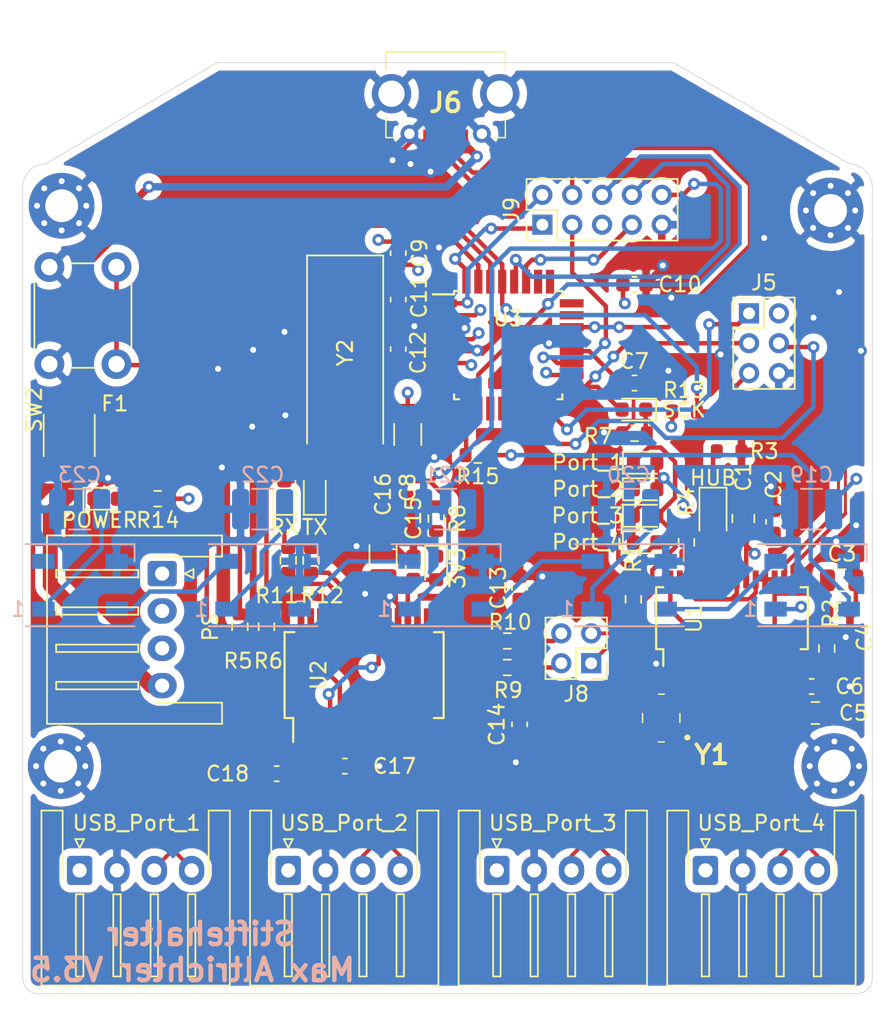
<source format=kicad_pcb>
(kicad_pcb (version 20171130) (host pcbnew "(5.1.10)-1")
  (layers (0 F.Cu signal) (1 In1.Cu signal) (2 In2.Cu signal) (31 B.Cu signal) (34 B.Paste user) (35 F.Paste user) (36 B.SilkS user) (37 F.SilkS user) (38 B.Mask user) (39 F.Mask user) (44 Edge.Cuts user))
  (net 0 "")
  (net 1 GND)
  (net 2 +5V)
  (net 3 +3V3)
  (net 4 +1V8)
  (net 5 /USB_HUB/D1_N)
  (net 6 /USB_HUB/D1_P)
  (net 7 /USB_HUB/D2_N)
  (net 8 /USB_HUB/D2_P)
  (net 9 /USB_HUB/D3_N)
  (net 10 /USB_HUB/D3_P)
  (net 11 "Net-(R2-Pad1)")
  (net 12 /USB_HUB/LED1)
  (net 13 /USB_HUB/LED2)
  (net 14 "Net-(U1-Pad27)")
  (net 15 "Net-(U1-Pad25)")
  (net 16 /USB_HUB/DRV)
  (net 17 /USB_HUB/XIN)
  (net 18 /USB_HUB/XOUT)
  (net 19 "Net-(Y1-Pad4)")
  (net 20 "Net-(Y1-Pad2)")
  (net 21 "Net-(D5-Pad1)")
  (net 22 "Net-(U2-Pad28)")
  (net 23 "Net-(U2-Pad27)")
  (net 24 "Net-(U2-Pad19)")
  (net 25 "Net-(U2-Pad14)")
  (net 26 "Net-(U2-Pad13)")
  (net 27 "Net-(U2-Pad12)")
  (net 28 "Net-(U2-Pad11)")
  (net 29 "Net-(U2-Pad10)")
  (net 30 "Net-(U2-Pad9)")
  (net 31 "Net-(U2-Pad6)")
  (net 32 "Net-(U2-Pad3)")
  (net 33 "Net-(U3-Pad26)")
  (net 34 "Net-(U3-Pad25)")
  (net 35 "Net-(U3-Pad24)")
  (net 36 "Net-(U3-Pad23)")
  (net 37 "Net-(U3-Pad14)")
  (net 38 "Net-(U3-Pad13)")
  (net 39 "Net-(U3-Pad12)")
  (net 40 "Net-(U3-Pad11)")
  (net 41 /Atmega32/PC5)
  (net 42 /Atmega32/PC4)
  (net 43 /Atmega32/PD6)
  (net 44 /Atmega32/PD4)
  (net 45 /Atmega32/ADC7)
  (net 46 /Atmega32/ADC6)
  (net 47 /Atmega32/INT1)
  (net 48 /Atmega32/INT0)
  (net 49 /Atmega32/RESET)
  (net 50 /Atmega32/MOSI)
  (net 51 /Atmega32/SCK)
  (net 52 /Atmega32/MISO)
  (net 53 "Net-(R6-Pad1)")
  (net 54 "Net-(R5-Pad1)")
  (net 55 "Net-(C7-Pad1)")
  (net 56 /Atmega32/XTAL2)
  (net 57 /Atmega32/XTAL1)
  (net 58 "Net-(R11-Pad1)")
  (net 59 "Net-(R12-Pad1)")
  (net 60 "Net-(R10-Pad2)")
  (net 61 "Net-(R9-Pad2)")
  (net 62 /Atmega32/RXD)
  (net 63 /Atmega32/DTR)
  (net 64 /Atmega32/TXD)
  (net 65 "Net-(D6-Pad1)")
  (net 66 "Net-(D8-Pad1)")
  (net 67 "Net-(D9-Pad1)")
  (net 68 /Atmega32/D_P)
  (net 69 /Atmega32/D_N)
  (net 70 "Net-(C20-Pad1)")
  (net 71 "Net-(C21-Pad1)")
  (net 72 "Net-(C22-Pad1)")
  (net 73 "Net-(C23-Pad1)")
  (net 74 "Net-(D10-Pad2)")
  (net 75 "Net-(D10-Pad4)")
  (net 76 "Net-(D11-Pad2)")
  (net 77 "Net-(D12-Pad2)")
  (net 78 "Net-(D13-Pad2)")
  (net 79 "Net-(D14-Pad2)")
  (net 80 "Net-(D15-Pad2)")
  (net 81 "Net-(F1-Pad2)")
  (net 82 /D4_N)
  (net 83 /D4_P)
  (net 84 /D_N)
  (net 85 /D_P)
  (net 86 "Net-(J6-Pad4)")
  (net 87 /data)
  (net 88 "Net-(F1-Pad1)")
  (net 89 "Net-(J7-Pad3)")
  (net 90 "Net-(J7-Pad2)")
  (net 91 "Net-(3V3-Pad1)")
  (net 92 /Atmega32/3V3_ft232rl)
  (net 93 "Net-(D1-Pad1)")
  (net 94 "Net-(D3-Pad1)")
  (net 95 "Net-(C9-Pad2)")
  (net 96 "Net-(C9-Pad1)")
  (net 97 "Net-(J9-Pad5)")
  (module Resistor_SMD:R_0603_1608Metric (layer F.Cu) (at 147.32 60.452 180)
    (fp_text reference R15 (at 0 -1.43) (layer F.SilkS))
    (fp_text value 300)
    (pad 2 smd roundrect (at 0.825 0 180) (size 0.8 0.95) (layers F.Cu F.Paste F.Mask) (net 87 /data))
    (pad 1 smd roundrect (at -0.825 0 180) (size 0.8 0.95) (layers F.Cu F.Paste F.Mask) (net 75 "Net-(D10-Pad4)"))
  )
  (module Resistor_SMD:R_0603_1608Metric (layer F.Cu) (at 125.8825 63.373 180)
    (fp_text reference R14 (at 0 -1.43) (layer F.SilkS))
    (fp_text value 1.5K)
    (pad 2 smd roundrect (at 0.825 0 180) (size 0.8 0.95) (layers F.Cu F.Paste F.Mask) (net 80 "Net-(D15-Pad2)"))
    (pad 1 smd roundrect (at -0.825 0 180) (size 0.8 0.95) (layers F.Cu F.Paste F.Mask) (net 2 +5V))
  )
  (module Fuse:Fuse_1812_4532Metric (layer F.Cu) (at 119.9515 59.14 90)
    (fp_text reference F1 (at 2.1375 3.048 180) (layer F.SilkS))
    (fp_text value "500 mA")
    (pad 2 smd roundrect (at 2.1375 0 90) (size 1.125 3.4) (layers F.Cu F.Paste F.Mask) (roundrect_rratio 0.2222213333333333) (net 81 "Net-(F1-Pad2)"))
    (pad 1 smd roundrect (at -2.1375 0 90) (size 1.125 3.4) (layers F.Cu F.Paste F.Mask) (roundrect_rratio 0.2222213333333333) (net 88 "Net-(F1-Pad1)"))
  )
  (module Connector_JST:JST_XH_S4B-XH-A-1_1x04_P2.50mm_Horizontal (layer F.Cu) (at 134.62 88.265)
    (fp_text reference J2 hide)
    (fp_text value USB_Port_2 (at 3.75 -3.175) (layer F.SilkS))
    (pad 4 thru_hole oval (at 7.5 0) (size 1.7 1.95) (drill 0.95) (layers *.Cu *.Mask) (net 10 /USB_HUB/D3_P))
    (pad 3 thru_hole oval (at 5 0) (size 1.7 1.95) (drill 0.95) (layers *.Cu *.Mask) (net 9 /USB_HUB/D3_N))
    (pad 2 thru_hole oval (at 2.5 0) (size 1.7 1.95) (drill 0.95) (layers *.Cu *.Mask) (net 1 GND))
    (pad 1 thru_hole roundrect (at 0 0) (size 1.7 1.95) (drill 0.95) (layers *.Cu *.Mask) (roundrect_rratio 0.1470588235294118) (net 2 +5V))
  )
  (module Connector_PinHeader_2.00mm:PinHeader_2x05_P2.00mm_Vertical (layer F.Cu) (at 151.638 45.0215 90)
    (fp_text reference J9 (at 1 -2.06 90) (layer F.SilkS))
    (fp_text value Conn_02x05_Odd_Even)
    (pad 10 thru_hole oval (at 2 8 90) (size 1.35 1.35) (drill 0.8) (layers *.Cu *.Mask) (net 92 /Atmega32/3V3_ft232rl))
    (pad 9 thru_hole oval (at 0 8 90) (size 1.35 1.35) (drill 0.8) (layers *.Cu *.Mask) (net 1 GND))
    (pad 8 thru_hole oval (at 2 6 90) (size 1.35 1.35) (drill 0.8) (layers *.Cu *.Mask) (net 41 /Atmega32/PC5))
    (pad 7 thru_hole oval (at 0 6 90) (size 1.35 1.35) (drill 0.8) (layers *.Cu *.Mask) (net 42 /Atmega32/PC4))
    (pad 6 thru_hole oval (at 2 4 90) (size 1.35 1.35) (drill 0.8) (layers *.Cu *.Mask) (net 43 /Atmega32/PD6))
    (pad 5 thru_hole oval (at 0 4 90) (size 1.35 1.35) (drill 0.8) (layers *.Cu *.Mask) (net 97 "Net-(J9-Pad5)"))
    (pad 4 thru_hole oval (at 2 2 90) (size 1.35 1.35) (drill 0.8) (layers *.Cu *.Mask) (net 45 /Atmega32/ADC7))
    (pad 3 thru_hole oval (at 0 2 90) (size 1.35 1.35) (drill 0.8) (layers *.Cu *.Mask) (net 46 /Atmega32/ADC6))
    (pad 2 thru_hole oval (at 2 0 90) (size 1.35 1.35) (drill 0.8) (layers *.Cu *.Mask) (net 47 /Atmega32/INT1))
    (pad 1 thru_hole rect (at 0 0 90) (size 1.35 1.35) (drill 0.8) (layers *.Cu *.Mask) (net 48 /Atmega32/INT0))
  )
  (module Connector_PinHeader_2.00mm:PinHeader_2x02_P2.00mm_Vertical (layer F.Cu) (at 154.908 74.39 180)
    (fp_text reference J8 (at 1 -2.06) (layer F.SilkS))
    (fp_text value Conn_02x02_Odd_Even)
    (pad 4 thru_hole oval (at 2 2 180) (size 1.35 1.35) (drill 0.8) (layers *.Cu *.Mask) (net 68 /Atmega32/D_P))
    (pad 3 thru_hole oval (at 0 2 180) (size 1.35 1.35) (drill 0.8) (layers *.Cu *.Mask) (net 83 /D4_P))
    (pad 2 thru_hole oval (at 2 0 180) (size 1.35 1.35) (drill 0.8) (layers *.Cu *.Mask) (net 69 /Atmega32/D_N))
    (pad 1 thru_hole rect (at 0 0 180) (size 1.35 1.35) (drill 0.8) (layers *.Cu *.Mask) (net 82 /D4_N))
  )
  (module Connector_PinHeader_2.00mm:PinHeader_2x03_P2.00mm_Vertical (layer F.Cu) (at 165.481 50.959)
    (fp_text reference J5 (at 1 -2.06) (layer F.SilkS))
    (fp_text value Conn_02x03_Odd_Even)
    (pad 6 thru_hole oval (at 2 4) (size 1.35 1.35) (drill 0.8) (layers *.Cu *.Mask) (net 1 GND))
    (pad 5 thru_hole oval (at 0 4) (size 1.35 1.35) (drill 0.8) (layers *.Cu *.Mask) (net 49 /Atmega32/RESET))
    (pad 4 thru_hole oval (at 2 2) (size 1.35 1.35) (drill 0.8) (layers *.Cu *.Mask) (net 50 /Atmega32/MOSI))
    (pad 3 thru_hole oval (at 0 2) (size 1.35 1.35) (drill 0.8) (layers *.Cu *.Mask) (net 51 /Atmega32/SCK))
    (pad 2 thru_hole oval (at 2 0) (size 1.35 1.35) (drill 0.8) (layers *.Cu *.Mask) (net 2 +5V))
    (pad 1 thru_hole rect (at 0 0) (size 1.35 1.35) (drill 0.8) (layers *.Cu *.Mask) (net 52 /Atmega32/MISO))
  )
  (module Package_SO:SSOP-28_3.9x9.9mm_P0.635mm (layer F.Cu) (at 164.338 71.374 90)
    (fp_text reference U1 (at 0 -2.54 90) (layer F.SilkS))
    (fp_text value FE1.1s)
    (pad 28 smd rect (at 2.6 -4.1275 90) (size 1.2 0.4) (layers F.Cu F.Paste F.Mask) (net 4 +1V8))
    (pad 27 smd rect (at 2.6 -3.4925 90) (size 1.2 0.4) (layers F.Cu F.Paste F.Mask) (net 14 "Net-(U1-Pad27)"))
    (pad 26 smd rect (at 2.6 -2.8575 90) (size 1.2 0.4) (layers F.Cu F.Paste F.Mask) (net 3 +3V3))
    (pad 25 smd rect (at 2.6 -2.2225 90) (size 1.2 0.4) (layers F.Cu F.Paste F.Mask) (net 15 "Net-(U1-Pad25)"))
    (pad 24 smd rect (at 2.6 -1.5875 90) (size 1.2 0.4) (layers F.Cu F.Paste F.Mask) (net 13 /USB_HUB/LED2))
    (pad 23 smd rect (at 2.6 -0.9525 90) (size 1.2 0.4) (layers F.Cu F.Paste F.Mask) (net 12 /USB_HUB/LED1))
    (pad 22 smd rect (at 2.6 -0.3175 90) (size 1.2 0.4) (layers F.Cu F.Paste F.Mask) (net 16 /USB_HUB/DRV))
    (pad 21 smd rect (at 2.6 0.3175 90) (size 1.2 0.4) (layers F.Cu F.Paste F.Mask) (net 3 +3V3))
    (pad 20 smd rect (at 2.6 0.9525 90) (size 1.2 0.4) (layers F.Cu F.Paste F.Mask) (net 2 +5V))
    (pad 19 smd rect (at 2.6 1.5875 90) (size 1.2 0.4) (layers F.Cu F.Paste F.Mask) (net 3 +3V3))
    (pad 18 smd rect (at 2.6 2.2225 90) (size 1.2 0.4) (layers F.Cu F.Paste F.Mask) (net 3 +3V3))
    (pad 17 smd rect (at 2.6 2.8575 90) (size 1.2 0.4) (layers F.Cu F.Paste F.Mask) (net 3 +3V3))
    (pad 16 smd rect (at 2.6 3.4925 90) (size 1.2 0.4) (layers F.Cu F.Paste F.Mask) (net 85 /D_P))
    (pad 15 smd rect (at 2.6 4.1275 90) (size 1.2 0.4) (layers F.Cu F.Paste F.Mask) (net 84 /D_N))
    (pad 14 smd rect (at -2.6 4.1275 90) (size 1.2 0.4) (layers F.Cu F.Paste F.Mask) (net 11 "Net-(R2-Pad1)"))
    (pad 13 smd rect (at -2.6 3.4925 90) (size 1.2 0.4) (layers F.Cu F.Paste F.Mask) (net 3 +3V3))
    (pad 12 smd rect (at -2.6 2.8575 90) (size 1.2 0.4) (layers F.Cu F.Paste F.Mask) (net 4 +1V8))
    (pad 11 smd rect (at -2.6 2.2225 90) (size 1.2 0.4) (layers F.Cu F.Paste F.Mask) (net 6 /USB_HUB/D1_P))
    (pad 10 smd rect (at -2.6 1.5875 90) (size 1.2 0.4) (layers F.Cu F.Paste F.Mask) (net 5 /USB_HUB/D1_N))
    (pad 9 smd rect (at -2.6 0.9525 90) (size 1.2 0.4) (layers F.Cu F.Paste F.Mask) (net 8 /USB_HUB/D2_P))
    (pad 8 smd rect (at -2.6 0.3175 90) (size 1.2 0.4) (layers F.Cu F.Paste F.Mask) (net 7 /USB_HUB/D2_N))
    (pad 7 smd rect (at -2.6 -0.3175 90) (size 1.2 0.4) (layers F.Cu F.Paste F.Mask) (net 10 /USB_HUB/D3_P))
    (pad 6 smd rect (at -2.6 -0.9525 90) (size 1.2 0.4) (layers F.Cu F.Paste F.Mask) (net 9 /USB_HUB/D3_N))
    (pad 5 smd rect (at -2.6 -1.5875 90) (size 1.2 0.4) (layers F.Cu F.Paste F.Mask) (net 83 /D4_P))
    (pad 4 smd rect (at -2.6 -2.2225 90) (size 1.2 0.4) (layers F.Cu F.Paste F.Mask) (net 82 /D4_N))
    (pad 3 smd rect (at -2.6 -2.8575 90) (size 1.2 0.4) (layers F.Cu F.Paste F.Mask) (net 17 /USB_HUB/XIN))
    (pad 2 smd rect (at -2.6 -3.4925 90) (size 1.2 0.4) (layers F.Cu F.Paste F.Mask) (net 18 /USB_HUB/XOUT))
    (pad 1 smd rect (at -2.6 -4.1275 90) (size 1.2 0.4) (layers F.Cu F.Paste F.Mask) (net 1 GND))
  )
  (module MountingHole:MountingHole_2.2mm_M2_Pad_Via (layer F.Cu) (at 119.38 81.28)
    (fp_text reference TP4 hide)
    (fp_text value TestPoint)
    (pad 1 thru_hole circle (at 1.166726 -1.166726) (size 0.7 0.7) (drill 0.4) (layers *.Cu *.Mask) (net 1 GND))
    (pad 1 thru_hole circle (at 0 -1.65) (size 0.7 0.7) (drill 0.4) (layers *.Cu *.Mask) (net 1 GND))
    (pad 1 thru_hole circle (at -1.166726 -1.166726) (size 0.7 0.7) (drill 0.4) (layers *.Cu *.Mask) (net 1 GND))
    (pad 1 thru_hole circle (at -1.65 0) (size 0.7 0.7) (drill 0.4) (layers *.Cu *.Mask) (net 1 GND))
    (pad 1 thru_hole circle (at -1.166726 1.166726) (size 0.7 0.7) (drill 0.4) (layers *.Cu *.Mask) (net 1 GND))
    (pad 1 thru_hole circle (at 0 1.65) (size 0.7 0.7) (drill 0.4) (layers *.Cu *.Mask) (net 1 GND))
    (pad 1 thru_hole circle (at 1.166726 1.166726) (size 0.7 0.7) (drill 0.4) (layers *.Cu *.Mask) (net 1 GND))
    (pad 1 thru_hole circle (at 1.65 0) (size 0.7 0.7) (drill 0.4) (layers *.Cu *.Mask) (net 1 GND))
    (pad 1 thru_hole circle (at 0 0) (size 4.4 4.4) (drill 2.2) (layers *.Cu *.Mask) (net 1 GND))
  )
  (module MountingHole:MountingHole_2.2mm_M2_Pad_Via (layer F.Cu) (at 119.4435 43.7515)
    (fp_text reference TP3 hide)
    (fp_text value TestPoint)
    (pad 1 thru_hole circle (at 1.166726 -1.166726) (size 0.7 0.7) (drill 0.4) (layers *.Cu *.Mask) (net 1 GND))
    (pad 1 thru_hole circle (at 0 -1.65) (size 0.7 0.7) (drill 0.4) (layers *.Cu *.Mask) (net 1 GND))
    (pad 1 thru_hole circle (at -1.166726 -1.166726) (size 0.7 0.7) (drill 0.4) (layers *.Cu *.Mask) (net 1 GND))
    (pad 1 thru_hole circle (at -1.65 0) (size 0.7 0.7) (drill 0.4) (layers *.Cu *.Mask) (net 1 GND))
    (pad 1 thru_hole circle (at -1.166726 1.166726) (size 0.7 0.7) (drill 0.4) (layers *.Cu *.Mask) (net 1 GND))
    (pad 1 thru_hole circle (at 0 1.65) (size 0.7 0.7) (drill 0.4) (layers *.Cu *.Mask) (net 1 GND))
    (pad 1 thru_hole circle (at 1.166726 1.166726) (size 0.7 0.7) (drill 0.4) (layers *.Cu *.Mask) (net 1 GND))
    (pad 1 thru_hole circle (at 1.65 0) (size 0.7 0.7) (drill 0.4) (layers *.Cu *.Mask) (net 1 GND))
    (pad 1 thru_hole circle (at 0 0) (size 4.4 4.4) (drill 2.2) (layers *.Cu *.Mask) (net 1 GND))
  )
  (module MountingHole:MountingHole_2.2mm_M2_Pad_Via (layer F.Cu) (at 170.941 44.069)
    (fp_text reference TP2 hide)
    (fp_text value TestPoint)
    (pad 1 thru_hole circle (at 1.166726 -1.166726) (size 0.7 0.7) (drill 0.4) (layers *.Cu *.Mask) (net 1 GND))
    (pad 1 thru_hole circle (at 0 -1.65) (size 0.7 0.7) (drill 0.4) (layers *.Cu *.Mask) (net 1 GND))
    (pad 1 thru_hole circle (at -1.166726 -1.166726) (size 0.7 0.7) (drill 0.4) (layers *.Cu *.Mask) (net 1 GND))
    (pad 1 thru_hole circle (at -1.65 0) (size 0.7 0.7) (drill 0.4) (layers *.Cu *.Mask) (net 1 GND))
    (pad 1 thru_hole circle (at -1.166726 1.166726) (size 0.7 0.7) (drill 0.4) (layers *.Cu *.Mask) (net 1 GND))
    (pad 1 thru_hole circle (at 0 1.65) (size 0.7 0.7) (drill 0.4) (layers *.Cu *.Mask) (net 1 GND))
    (pad 1 thru_hole circle (at 1.166726 1.166726) (size 0.7 0.7) (drill 0.4) (layers *.Cu *.Mask) (net 1 GND))
    (pad 1 thru_hole circle (at 1.65 0) (size 0.7 0.7) (drill 0.4) (layers *.Cu *.Mask) (net 1 GND))
    (pad 1 thru_hole circle (at 0 0) (size 4.4 4.4) (drill 2.2) (layers *.Cu *.Mask) (net 1 GND))
  )
  (module MountingHole:MountingHole_2.2mm_M2_Pad_Via (layer F.Cu) (at 171.196 81.28)
    (fp_text reference TP1 hide)
    (fp_text value TestPoint)
    (pad 1 thru_hole circle (at 1.166726 -1.166726) (size 0.7 0.7) (drill 0.4) (layers *.Cu *.Mask) (net 1 GND))
    (pad 1 thru_hole circle (at 0 -1.65) (size 0.7 0.7) (drill 0.4) (layers *.Cu *.Mask) (net 1 GND))
    (pad 1 thru_hole circle (at -1.166726 -1.166726) (size 0.7 0.7) (drill 0.4) (layers *.Cu *.Mask) (net 1 GND))
    (pad 1 thru_hole circle (at -1.65 0) (size 0.7 0.7) (drill 0.4) (layers *.Cu *.Mask) (net 1 GND))
    (pad 1 thru_hole circle (at -1.166726 1.166726) (size 0.7 0.7) (drill 0.4) (layers *.Cu *.Mask) (net 1 GND))
    (pad 1 thru_hole circle (at 0 1.65) (size 0.7 0.7) (drill 0.4) (layers *.Cu *.Mask) (net 1 GND))
    (pad 1 thru_hole circle (at 1.166726 1.166726) (size 0.7 0.7) (drill 0.4) (layers *.Cu *.Mask) (net 1 GND))
    (pad 1 thru_hole circle (at 1.65 0) (size 0.7 0.7) (drill 0.4) (layers *.Cu *.Mask) (net 1 GND))
    (pad 1 thru_hole circle (at 0 0) (size 4.4 4.4) (drill 2.2) (layers *.Cu *.Mask) (net 1 GND))
  )
  (module Connector_JST:JST_XH_S4B-XH-A-1_1x04_P2.50mm_Horizontal (layer F.Cu) (at 126.1745 68.3895 270)
    (fp_text reference J7 hide)
    (fp_text value PS (at 3.556 -3.232 90) (layer F.SilkS))
    (pad 4 thru_hole oval (at 7.5 0 270) (size 1.7 1.95) (drill 0.95) (layers *.Cu *.Mask) (net 88 "Net-(F1-Pad1)"))
    (pad 3 thru_hole oval (at 5 0 270) (size 1.7 1.95) (drill 0.95) (layers *.Cu *.Mask) (net 89 "Net-(J7-Pad3)"))
    (pad 2 thru_hole oval (at 2.5 0 270) (size 1.7 1.95) (drill 0.95) (layers *.Cu *.Mask) (net 90 "Net-(J7-Pad2)"))
    (pad 1 thru_hole roundrect (at 0 0 270) (size 1.7 1.95) (drill 0.95) (layers *.Cu *.Mask) (roundrect_rratio 0.1470588235294118) (net 2 +5V))
  )
  (module max_KiCAD_lib:C10418 (layer F.Cu) (at 145.161 36.449)
    (fp_text reference J6 (at 0 0.4) (layer F.SilkS) (effects (font (size 1.27 1.27) (thickness 0.254))))
    (fp_text value C10418 hide)
    (pad 1 smd rect (at 1.3 3) (size 0.4 1.6) (layers F.Cu F.Paste F.Mask) (net 81 "Net-(F1-Pad2)"))
    (pad 2 smd rect (at 0.65 3) (size 0.4 1.6) (layers F.Cu F.Paste F.Mask) (net 84 /D_N))
    (pad 3 smd rect (at 0 3) (size 0.4 1.6) (layers F.Cu F.Paste F.Mask) (net 85 /D_P))
    (pad 4 smd rect (at -0.65 3) (size 0.4 1.6) (layers F.Cu F.Paste F.Mask) (net 86 "Net-(J6-Pad4)"))
    (pad 5 smd rect (at -1.3 3) (size 0.4 1.6) (layers F.Cu F.Paste F.Mask) (net 1 GND))
    (pad 6 thru_hole circle (at -3.625 -0.2) (size 2.64 2.64) (drill 1.76) (layers *.Cu *.Mask) (net 1 GND))
    (pad 7 thru_hole circle (at 3.625 -0.2) (size 2.64 2.64) (drill 1.76) (layers *.Cu *.Mask) (net 1 GND))
    (pad 8 thru_hole circle (at -2.425 2.48) (size 1.2 1.2) (drill 0.7) (layers *.Cu *.Mask) (net 1 GND))
    (pad 9 thru_hole circle (at 2.425 2.48) (size 1.2 1.2) (drill 0.7) (layers *.Cu *.Mask) (net 1 GND))
  )
  (module LED_SMD:LED_0603_1608Metric (layer F.Cu) (at 122.39 63.373)
    (fp_text reference D15 hide)
    (fp_text value POWER (at -0.4065 1.43) (layer F.SilkS))
    (pad 2 smd roundrect (at 0.7875 0) (size 0.875 0.95) (layers F.Cu F.Paste F.Mask) (net 80 "Net-(D15-Pad2)"))
    (pad 1 smd roundrect (at -0.7875 0) (size 0.875 0.95) (layers F.Cu F.Paste F.Mask) (net 1 GND))
  )
  (module LED_SMD:LED_WS2812B_PLCC4_5.0x5.0mm_P3.2mm (layer B.Cu) (at 120.6765 69.164)
    (fp_text reference D14 hide)
    (fp_text value WS2812B)
    (fp_text user 1 (at -4.15 1.6) (layer B.SilkS) (effects (justify mirror)))
    (pad 1 smd rect (at -2.45 1.6) (size 1.5 1) (layers B.Cu B.Paste B.Mask) (net 73 "Net-(C23-Pad1)"))
    (pad 2 smd rect (at -2.45 -1.6) (size 1.5 1) (layers B.Cu B.Paste B.Mask) (net 79 "Net-(D14-Pad2)"))
    (pad 4 smd rect (at 2.45 1.6) (size 1.5 1) (layers B.Cu B.Paste B.Mask) (net 78 "Net-(D13-Pad2)"))
    (pad 3 smd rect (at 2.45 -1.6) (size 1.5 1) (layers B.Cu B.Paste B.Mask) (net 1 GND))
  )
  (module LED_SMD:LED_WS2812B_PLCC4_5.0x5.0mm_P3.2mm (layer B.Cu) (at 132.934625 69.164)
    (fp_text reference D13 hide)
    (fp_text value WS2812B)
    (fp_text user 1 (at -4.15 1.6) (layer B.SilkS) (effects (justify mirror)))
    (pad 1 smd rect (at -2.45 1.6) (size 1.5 1) (layers B.Cu B.Paste B.Mask) (net 72 "Net-(C22-Pad1)"))
    (pad 2 smd rect (at -2.45 -1.6) (size 1.5 1) (layers B.Cu B.Paste B.Mask) (net 78 "Net-(D13-Pad2)"))
    (pad 4 smd rect (at 2.45 1.6) (size 1.5 1) (layers B.Cu B.Paste B.Mask) (net 77 "Net-(D12-Pad2)"))
    (pad 3 smd rect (at 2.45 -1.6) (size 1.5 1) (layers B.Cu B.Paste B.Mask) (net 1 GND))
  )
  (module LED_SMD:LED_WS2812B_PLCC4_5.0x5.0mm_P3.2mm (layer B.Cu) (at 145.19275 69.164)
    (fp_text reference D12 hide)
    (fp_text value WS2812B)
    (fp_text user 1 (at -4.15 1.6) (layer B.SilkS) (effects (justify mirror)))
    (pad 1 smd rect (at -2.45 1.6) (size 1.5 1) (layers B.Cu B.Paste B.Mask) (net 71 "Net-(C21-Pad1)"))
    (pad 2 smd rect (at -2.45 -1.6) (size 1.5 1) (layers B.Cu B.Paste B.Mask) (net 77 "Net-(D12-Pad2)"))
    (pad 4 smd rect (at 2.45 1.6) (size 1.5 1) (layers B.Cu B.Paste B.Mask) (net 76 "Net-(D11-Pad2)"))
    (pad 3 smd rect (at 2.45 -1.6) (size 1.5 1) (layers B.Cu B.Paste B.Mask) (net 1 GND))
  )
  (module LED_SMD:LED_WS2812B_PLCC4_5.0x5.0mm_P3.2mm (layer B.Cu) (at 157.450875 69.164)
    (fp_text reference D11 hide)
    (fp_text value WS2812B)
    (fp_text user 1 (at -4.15 1.6 180) (layer B.SilkS) (effects (justify mirror)))
    (pad 1 smd rect (at -2.45 1.6) (size 1.5 1) (layers B.Cu B.Paste B.Mask) (net 70 "Net-(C20-Pad1)"))
    (pad 2 smd rect (at -2.45 -1.6) (size 1.5 1) (layers B.Cu B.Paste B.Mask) (net 76 "Net-(D11-Pad2)"))
    (pad 4 smd rect (at 2.45 1.6) (size 1.5 1) (layers B.Cu B.Paste B.Mask) (net 74 "Net-(D10-Pad2)"))
    (pad 3 smd rect (at 2.45 -1.6) (size 1.5 1) (layers B.Cu B.Paste B.Mask) (net 1 GND))
  )
  (module LED_SMD:LED_WS2812B_PLCC4_5.0x5.0mm_P3.2mm (layer B.Cu) (at 169.709 69.164)
    (fp_text reference D10 hide)
    (fp_text value WS2812B)
    (fp_text user 1 (at -4.15 1.6) (layer B.SilkS) (effects (justify mirror)))
    (pad 1 smd rect (at -2.45 1.6) (size 1.5 1) (layers B.Cu B.Paste B.Mask) (net 2 +5V))
    (pad 2 smd rect (at -2.45 -1.6) (size 1.5 1) (layers B.Cu B.Paste B.Mask) (net 74 "Net-(D10-Pad2)"))
    (pad 4 smd rect (at 2.45 1.6) (size 1.5 1) (layers B.Cu B.Paste B.Mask) (net 75 "Net-(D10-Pad4)"))
    (pad 3 smd rect (at 2.45 -1.6) (size 1.5 1) (layers B.Cu B.Paste B.Mask) (net 1 GND))
  )
  (module Capacitor_SMD:C_1210_3225Metric (layer B.Cu) (at 120.65 64.0715 180)
    (fp_text reference C23 (at 0 2.3) (layer B.SilkS) (effects (justify mirror)))
    (fp_text value "100 uF")
    (pad 2 smd roundrect (at 1.475 0 180) (size 1.15 2.7) (layers B.Cu B.Paste B.Mask) (roundrect_rratio 0.2173904347826087) (net 1 GND))
    (pad 1 smd roundrect (at -1.475 0 180) (size 1.15 2.7) (layers B.Cu B.Paste B.Mask) (roundrect_rratio 0.2173904347826087) (net 73 "Net-(C23-Pad1)"))
  )
  (module Capacitor_SMD:C_1210_3225Metric (layer B.Cu) (at 132.9055 64.0715 180)
    (fp_text reference C22 (at 0 2.3) (layer B.SilkS) (effects (justify mirror)))
    (fp_text value "100 uF")
    (pad 2 smd roundrect (at 1.475 0 180) (size 1.15 2.7) (layers B.Cu B.Paste B.Mask) (roundrect_rratio 0.2173904347826087) (net 1 GND))
    (pad 1 smd roundrect (at -1.475 0 180) (size 1.15 2.7) (layers B.Cu B.Paste B.Mask) (roundrect_rratio 0.2173904347826087) (net 72 "Net-(C22-Pad1)"))
  )
  (module Capacitor_SMD:C_1210_3225Metric (layer B.Cu) (at 145.161 64.0715 180)
    (fp_text reference C21 (at 0 2.3) (layer B.SilkS) (effects (justify mirror)))
    (fp_text value "100 uF")
    (pad 2 smd roundrect (at 1.475 0 180) (size 1.15 2.7) (layers B.Cu B.Paste B.Mask) (roundrect_rratio 0.2173904347826087) (net 1 GND))
    (pad 1 smd roundrect (at -1.475 0 180) (size 1.15 2.7) (layers B.Cu B.Paste B.Mask) (roundrect_rratio 0.2173904347826087) (net 71 "Net-(C21-Pad1)"))
  )
  (module Capacitor_SMD:C_1210_3225Metric (layer B.Cu) (at 157.4165 64.0715 180)
    (fp_text reference C20 (at 0 2.3) (layer B.SilkS) (effects (justify mirror)))
    (fp_text value "100 uF")
    (pad 2 smd roundrect (at 1.475 0 180) (size 1.15 2.7) (layers B.Cu B.Paste B.Mask) (roundrect_rratio 0.2173904347826087) (net 1 GND))
    (pad 1 smd roundrect (at -1.475 0 180) (size 1.15 2.7) (layers B.Cu B.Paste B.Mask) (roundrect_rratio 0.2173904347826087) (net 70 "Net-(C20-Pad1)"))
  )
  (module Capacitor_SMD:C_1210_3225Metric (layer B.Cu) (at 169.672 64.0715 180)
    (fp_text reference C19 (at 0 2.3) (layer B.SilkS) (effects (justify mirror)))
    (fp_text value "100 uF")
    (pad 2 smd roundrect (at 1.475 0 180) (size 1.15 2.7) (layers B.Cu B.Paste B.Mask) (roundrect_rratio 0.2173904347826087) (net 1 GND))
    (pad 1 smd roundrect (at -1.475 0 180) (size 1.15 2.7) (layers B.Cu B.Paste B.Mask) (roundrect_rratio 0.2173904347826087) (net 2 +5V))
  )
  (module Button_Switch_THT:SW_PUSH_6mm_H4.3mm (layer F.Cu) (at 118.618 54.356 90)
    (fp_text reference SW2 (at -3.048 -1.016 90) (layer F.SilkS))
    (fp_text value SW_Push_Dual_x2)
    (pad 1 thru_hole circle (at 6.5 0 180) (size 2 2) (drill 1.1) (layers *.Cu *.Mask) (net 1 GND))
    (pad 2 thru_hole circle (at 6.5 4.5 180) (size 2 2) (drill 1.1) (layers *.Cu *.Mask) (net 49 /Atmega32/RESET))
    (pad 1 thru_hole circle (at 0 0 180) (size 2 2) (drill 1.1) (layers *.Cu *.Mask) (net 1 GND))
    (pad 2 thru_hole circle (at 0 4.5 180) (size 2 2) (drill 1.1) (layers *.Cu *.Mask) (net 49 /Atmega32/RESET))
  )
  (module Resistor_SMD:R_0603_1608Metric (layer F.Cu) (at 161.1625 57.531)
    (fp_text reference R13 (at 0 -1.43) (layer F.SilkS))
    (fp_text value 1K)
    (pad 2 smd roundrect (at 0.825 0) (size 0.8 0.95) (layers F.Cu F.Paste F.Mask) (net 49 /Atmega32/RESET))
    (pad 1 smd roundrect (at -0.825 0) (size 0.8 0.95) (layers F.Cu F.Paste F.Mask) (net 2 +5V))
  )
  (module Resistor_SMD:R_0603_1608Metric (layer F.Cu) (at 136.144 67.501 90)
    (fp_text reference R12 (at -2.349 0.762 180) (layer F.SilkS))
    (fp_text value 1K)
    (pad 2 smd roundrect (at 0.825 0 90) (size 0.8 0.95) (layers F.Cu F.Paste F.Mask) (net 67 "Net-(D9-Pad1)"))
    (pad 1 smd roundrect (at -0.825 0 90) (size 0.8 0.95) (layers F.Cu F.Paste F.Mask) (net 59 "Net-(R12-Pad1)"))
  )
  (module Resistor_SMD:R_0603_1608Metric (layer F.Cu) (at 134.62 67.501 90)
    (fp_text reference R11 (at -2.349 -0.762 180) (layer F.SilkS))
    (fp_text value 1K)
    (pad 2 smd roundrect (at 0.825 0 90) (size 0.8 0.95) (layers F.Cu F.Paste F.Mask) (net 66 "Net-(D8-Pad1)"))
    (pad 1 smd roundrect (at -0.825 0 90) (size 0.8 0.95) (layers F.Cu F.Paste F.Mask) (net 58 "Net-(R11-Pad1)"))
  )
  (module Resistor_SMD:R_0603_1608Metric (layer F.Cu) (at 149.289 74.676 180)
    (fp_text reference R10 (at -0.191 3.048) (layer F.SilkS))
    (fp_text value 22)
    (pad 2 smd roundrect (at 0.825 0 180) (size 0.8 0.95) (layers F.Cu F.Paste F.Mask) (net 60 "Net-(R10-Pad2)"))
    (pad 1 smd roundrect (at -0.825 0 180) (size 0.8 0.95) (layers F.Cu F.Paste F.Mask) (net 69 /Atmega32/D_N))
  )
  (module Resistor_SMD:R_0603_1608Metric (layer F.Cu) (at 149.289 72.898 180)
    (fp_text reference R9 (at -0.063 -3.302) (layer F.SilkS))
    (fp_text value 22)
    (pad 2 smd roundrect (at 0.825 0 180) (size 0.8 0.95) (layers F.Cu F.Paste F.Mask) (net 61 "Net-(R9-Pad2)"))
    (pad 1 smd roundrect (at -0.825 0 180) (size 0.8 0.95) (layers F.Cu F.Paste F.Mask) (net 68 /Atmega32/D_P))
  )
  (module Resistor_SMD:R_0603_1608Metric (layer F.Cu) (at 144.526 64.707 270)
    (fp_text reference R8 (at 0 -1.43 90) (layer F.SilkS))
    (fp_text value 1K)
    (pad 2 smd roundrect (at 0.825 0 270) (size 0.8 0.95) (layers F.Cu F.Paste F.Mask) (net 91 "Net-(3V3-Pad1)"))
    (pad 1 smd roundrect (at -0.825 0 270) (size 0.8 0.95) (layers F.Cu F.Paste F.Mask) (net 1 GND))
  )
  (module Resistor_SMD:R_0603_1608Metric (layer F.Cu) (at 157.8105 58.9915 180)
    (fp_text reference R7 (at 2.426 -0.1905) (layer F.SilkS))
    (fp_text value 1K)
    (pad 2 smd roundrect (at 0.825 0 180) (size 0.8 0.95) (layers F.Cu F.Paste F.Mask) (net 1 GND))
    (pad 1 smd roundrect (at -0.825 0 180) (size 0.8 0.95) (layers F.Cu F.Paste F.Mask) (net 65 "Net-(D6-Pad1)"))
  )
  (module Resistor_SMD:R_0603_1608Metric (layer F.Cu) (at 133.1595 71.9455 270)
    (fp_text reference R6 (at 2.286 -0.127 180) (layer F.SilkS))
    (fp_text value 1K)
    (pad 2 smd roundrect (at 0.825 0 270) (size 0.8 0.95) (layers F.Cu F.Paste F.Mask) (net 62 /Atmega32/RXD))
    (pad 1 smd roundrect (at -0.825 0 270) (size 0.8 0.95) (layers F.Cu F.Paste F.Mask) (net 53 "Net-(R6-Pad1)"))
  )
  (module Resistor_SMD:R_0603_1608Metric (layer F.Cu) (at 131.3815 71.9455 270)
    (fp_text reference R5 (at 2.286 0.127 180) (layer F.SilkS))
    (fp_text value 1K)
    (pad 2 smd roundrect (at 0.825 0 270) (size 0.8 0.95) (layers F.Cu F.Paste F.Mask) (net 64 /Atmega32/TXD))
    (pad 1 smd roundrect (at -0.825 0 270) (size 0.8 0.95) (layers F.Cu F.Paste F.Mask) (net 54 "Net-(R5-Pad1)"))
  )
  (module LED_SMD:LED_0603_1608Metric (layer F.Cu) (at 136.398 62.9665 90)
    (fp_text reference D9 hide)
    (fp_text value TX (at -2.3115 0 180) (layer F.SilkS))
    (pad 2 smd roundrect (at 0.7875 0 90) (size 0.875 0.95) (layers F.Cu F.Paste F.Mask) (net 92 /Atmega32/3V3_ft232rl))
    (pad 1 smd roundrect (at -0.7875 0 90) (size 0.875 0.95) (layers F.Cu F.Paste F.Mask) (net 67 "Net-(D9-Pad1)"))
  )
  (module LED_SMD:LED_0603_1608Metric (layer F.Cu) (at 134.366 62.9665 90)
    (fp_text reference D8 hide)
    (fp_text value RX (at -2.3115 0 180) (layer F.SilkS))
    (pad 2 smd roundrect (at 0.7875 0 90) (size 0.875 0.95) (layers F.Cu F.Paste F.Mask) (net 92 /Atmega32/3V3_ft232rl))
    (pad 1 smd roundrect (at -0.7875 0 90) (size 0.875 0.95) (layers F.Cu F.Paste F.Mask) (net 66 "Net-(D8-Pad1)"))
  )
  (module LED_SMD:LED_0603_1608Metric (layer F.Cu) (at 144.526 68.009 270)
    (fp_text reference 3V3 (at 0 -1.43 90) (layer F.SilkS))
    (fp_text value 3V3)
    (pad 2 smd roundrect (at 0.7875 0 270) (size 0.875 0.95) (layers F.Cu F.Paste F.Mask) (net 92 /Atmega32/3V3_ft232rl))
    (pad 1 smd roundrect (at -0.7875 0 270) (size 0.875 0.95) (layers F.Cu F.Paste F.Mask) (net 91 "Net-(3V3-Pad1)"))
  )
  (module LED_SMD:LED_0603_1608Metric (layer F.Cu) (at 157.772 57.404 180)
    (fp_text reference D6 hide)
    (fp_text value SCK (at -3.3275 0) (layer F.SilkS))
    (pad 2 smd roundrect (at 0.7875 0 180) (size 0.875 0.95) (layers F.Cu F.Paste F.Mask) (net 51 /Atmega32/SCK))
    (pad 1 smd roundrect (at -0.7875 0 180) (size 0.875 0.95) (layers F.Cu F.Paste F.Mask) (net 65 "Net-(D6-Pad1)"))
  )
  (module Capacitor_SMD:C_0603_1608Metric (layer F.Cu) (at 133.845 81.788 180)
    (fp_text reference C18 (at 3.289 0) (layer F.SilkS))
    (fp_text value 100nF)
    (pad 2 smd roundrect (at 0.775 0 180) (size 0.9 0.95) (layers F.Cu F.Paste F.Mask) (net 49 /Atmega32/RESET))
    (pad 1 smd roundrect (at -0.775 0 180) (size 0.9 0.95) (layers F.Cu F.Paste F.Mask) (net 63 /Atmega32/DTR))
  )
  (module Capacitor_SMD:C_0603_1608Metric (layer F.Cu) (at 138.417 81.28 180)
    (fp_text reference C17 (at -3.315 0) (layer F.SilkS))
    (fp_text value 100nF)
    (pad 2 smd roundrect (at 0.775 0 180) (size 0.9 0.95) (layers F.Cu F.Paste F.Mask) (net 2 +5V))
    (pad 1 smd roundrect (at -0.775 0 180) (size 0.9 0.95) (layers F.Cu F.Paste F.Mask) (net 1 GND))
  )
  (module Capacitor_SMD:C_1206_3216Metric (layer F.Cu) (at 140.97 67.189 270)
    (fp_text reference C16 (at -4.113 0 90) (layer F.SilkS))
    (fp_text value 4.7uF)
    (pad 2 smd roundrect (at 1.475 0 270) (size 1.15 1.8) (layers F.Cu F.Paste F.Mask) (roundrect_rratio 0.2173904347826087) (net 2 +5V))
    (pad 1 smd roundrect (at -1.475 0 270) (size 1.15 1.8) (layers F.Cu F.Paste F.Mask) (roundrect_rratio 0.2173904347826087) (net 1 GND))
  )
  (module Capacitor_SMD:C_0603_1608Metric (layer F.Cu) (at 143.002 68.009 270)
    (fp_text reference C15 (at -3.315 0 90) (layer F.SilkS))
    (fp_text value 100nF)
    (pad 2 smd roundrect (at 0.775 0 270) (size 0.9 0.95) (layers F.Cu F.Paste F.Mask) (net 92 /Atmega32/3V3_ft232rl))
    (pad 1 smd roundrect (at -0.775 0 270) (size 0.9 0.95) (layers F.Cu F.Paste F.Mask) (net 1 GND))
  )
  (module Capacitor_SMD:C_0603_1608Metric (layer F.Cu) (at 150.114 78.486 270)
    (fp_text reference C14 (at 0 1.524 90) (layer F.SilkS))
    (fp_text value 22pF)
    (pad 2 smd roundrect (at 0.775 0 270) (size 0.9 0.95) (layers F.Cu F.Paste F.Mask) (net 1 GND))
    (pad 1 smd roundrect (at -0.775 0 270) (size 0.9 0.95) (layers F.Cu F.Paste F.Mask) (net 69 /Atmega32/D_N))
  )
  (module Capacitor_SMD:C_0603_1608Metric (layer F.Cu) (at 150.114 69.342 90)
    (fp_text reference C13 (at 0 -1.43 90) (layer F.SilkS))
    (fp_text value 22pF)
    (pad 2 smd roundrect (at 0.775 0 90) (size 0.9 0.95) (layers F.Cu F.Paste F.Mask) (net 1 GND))
    (pad 1 smd roundrect (at -0.775 0 90) (size 0.9 0.95) (layers F.Cu F.Paste F.Mask) (net 68 /Atmega32/D_P))
  )
  (module Capacitor_SMD:C_0603_1608Metric (layer F.Cu) (at 141.986 53.353 90)
    (fp_text reference C12 (at -0.241 1.3335 90) (layer F.SilkS))
    (fp_text value 22pF)
    (pad 2 smd roundrect (at 0.775 0 90) (size 0.9 0.95) (layers F.Cu F.Paste F.Mask) (net 1 GND))
    (pad 1 smd roundrect (at -0.775 0 90) (size 0.9 0.95) (layers F.Cu F.Paste F.Mask) (net 56 /Atmega32/XTAL2))
  )
  (module Capacitor_SMD:C_0603_1608Metric (layer F.Cu) (at 141.986 50.038 270)
    (fp_text reference C11 (at -0.1905 -1.397 90) (layer F.SilkS))
    (fp_text value 22pF)
    (pad 2 smd roundrect (at 0.775 0 270) (size 0.9 0.95) (layers F.Cu F.Paste F.Mask) (net 1 GND))
    (pad 1 smd roundrect (at -0.775 0 270) (size 0.9 0.95) (layers F.Cu F.Paste F.Mask) (net 57 /Atmega32/XTAL1))
  )
  (module Capacitor_SMD:C_0603_1608Metric (layer F.Cu) (at 157.8105 49.022)
    (fp_text reference C10 (at 3.048 0) (layer F.SilkS))
    (fp_text value 100nF)
    (pad 2 smd roundrect (at 0.775 0) (size 0.9 0.95) (layers F.Cu F.Paste F.Mask) (net 1 GND))
    (pad 1 smd roundrect (at -0.775 0) (size 0.9 0.95) (layers F.Cu F.Paste F.Mask) (net 2 +5V))
  )
  (module Capacitor_SMD:C_0603_1608Metric (layer F.Cu) (at 141.986 46.9265 270)
    (fp_text reference C9 (at 0 -1.43 90) (layer F.SilkS))
    (fp_text value 100nF)
    (pad 2 smd roundrect (at 0.775 0 270) (size 0.9 0.95) (layers F.Cu F.Paste F.Mask) (net 95 "Net-(C9-Pad2)"))
    (pad 1 smd roundrect (at -0.775 0 270) (size 0.9 0.95) (layers F.Cu F.Paste F.Mask) (net 96 "Net-(C9-Pad1)"))
  )
  (module Capacitor_SMD:C_1206_3216Metric (layer F.Cu) (at 142.621 59.0695 90)
    (fp_text reference C8 (at -3.556 0 90) (layer F.SilkS))
    (fp_text value 4.7uF)
    (pad 2 smd roundrect (at 1.475 0 90) (size 1.15 1.8) (layers F.Cu F.Paste F.Mask) (roundrect_rratio 0.2173904347826087) (net 2 +5V))
    (pad 1 smd roundrect (at -1.475 0 90) (size 1.15 1.8) (layers F.Cu F.Paste F.Mask) (roundrect_rratio 0.2173904347826087) (net 1 GND))
  )
  (module Capacitor_SMD:C_0603_1608Metric (layer F.Cu) (at 157.8105 55.626)
    (fp_text reference C7 (at -0.013 -1.4605) (layer F.SilkS))
    (fp_text value 100nF)
    (pad 2 smd roundrect (at 0.775 0) (size 0.9 0.95) (layers F.Cu F.Paste F.Mask) (net 1 GND))
    (pad 1 smd roundrect (at -0.775 0) (size 0.9 0.95) (layers F.Cu F.Paste F.Mask) (net 55 "Net-(C7-Pad1)"))
  )
  (module Crystal:Crystal_SMD_HC49-SD (layer F.Cu) (at 138.43 53.78 270)
    (fp_text reference Y2 (at -0.186 0 90) (layer F.SilkS))
    (fp_text value Crystal)
    (pad 2 smd rect (at 4.25 0 270) (size 4.5 2) (layers F.Cu F.Paste F.Mask) (net 56 /Atmega32/XTAL2))
    (pad 1 smd rect (at -4.25 0 270) (size 4.5 2) (layers F.Cu F.Paste F.Mask) (net 57 /Atmega32/XTAL1))
  )
  (module Package_QFP:TQFP-32_7x7mm_P0.8mm (layer F.Cu) (at 149.352 53.086)
    (fp_text reference U3 (at 0 -1.778) (layer F.SilkS))
    (fp_text value ATmega328P-AU)
    (pad 32 smd rect (at -2.8 -4.25 90) (size 1.6 0.55) (layers F.Cu F.Paste F.Mask) (net 48 /Atmega32/INT0))
    (pad 31 smd rect (at -2 -4.25 90) (size 1.6 0.55) (layers F.Cu F.Paste F.Mask) (net 53 "Net-(R6-Pad1)"))
    (pad 30 smd rect (at -1.2 -4.25 90) (size 1.6 0.55) (layers F.Cu F.Paste F.Mask) (net 54 "Net-(R5-Pad1)"))
    (pad 29 smd rect (at -0.4 -4.25 90) (size 1.6 0.55) (layers F.Cu F.Paste F.Mask) (net 49 /Atmega32/RESET))
    (pad 28 smd rect (at 0.4 -4.25 90) (size 1.6 0.55) (layers F.Cu F.Paste F.Mask) (net 41 /Atmega32/PC5))
    (pad 27 smd rect (at 1.2 -4.25 90) (size 1.6 0.55) (layers F.Cu F.Paste F.Mask) (net 42 /Atmega32/PC4))
    (pad 26 smd rect (at 2 -4.25 90) (size 1.6 0.55) (layers F.Cu F.Paste F.Mask) (net 33 "Net-(U3-Pad26)"))
    (pad 25 smd rect (at 2.8 -4.25 90) (size 1.6 0.55) (layers F.Cu F.Paste F.Mask) (net 34 "Net-(U3-Pad25)"))
    (pad 24 smd rect (at 4.25 -2.8) (size 1.6 0.55) (layers F.Cu F.Paste F.Mask) (net 35 "Net-(U3-Pad24)"))
    (pad 23 smd rect (at 4.25 -2) (size 1.6 0.55) (layers F.Cu F.Paste F.Mask) (net 36 "Net-(U3-Pad23)"))
    (pad 22 smd rect (at 4.25 -1.2) (size 1.6 0.55) (layers F.Cu F.Paste F.Mask) (net 45 /Atmega32/ADC7))
    (pad 21 smd rect (at 4.25 -0.4) (size 1.6 0.55) (layers F.Cu F.Paste F.Mask) (net 1 GND))
    (pad 20 smd rect (at 4.25 0.4) (size 1.6 0.55) (layers F.Cu F.Paste F.Mask) (net 55 "Net-(C7-Pad1)"))
    (pad 19 smd rect (at 4.25 1.2) (size 1.6 0.55) (layers F.Cu F.Paste F.Mask) (net 46 /Atmega32/ADC6))
    (pad 18 smd rect (at 4.25 2) (size 1.6 0.55) (layers F.Cu F.Paste F.Mask) (net 2 +5V))
    (pad 17 smd rect (at 4.25 2.8) (size 1.6 0.55) (layers F.Cu F.Paste F.Mask) (net 51 /Atmega32/SCK))
    (pad 16 smd rect (at 2.8 4.25 90) (size 1.6 0.55) (layers F.Cu F.Paste F.Mask) (net 52 /Atmega32/MISO))
    (pad 15 smd rect (at 2 4.25 90) (size 1.6 0.55) (layers F.Cu F.Paste F.Mask) (net 50 /Atmega32/MOSI))
    (pad 14 smd rect (at 1.2 4.25 90) (size 1.6 0.55) (layers F.Cu F.Paste F.Mask) (net 37 "Net-(U3-Pad14)"))
    (pad 13 smd rect (at 0.4 4.25 90) (size 1.6 0.55) (layers F.Cu F.Paste F.Mask) (net 38 "Net-(U3-Pad13)"))
    (pad 12 smd rect (at -0.4 4.25 90) (size 1.6 0.55) (layers F.Cu F.Paste F.Mask) (net 39 "Net-(U3-Pad12)"))
    (pad 11 smd rect (at -1.2 4.25 90) (size 1.6 0.55) (layers F.Cu F.Paste F.Mask) (net 40 "Net-(U3-Pad11)"))
    (pad 10 smd rect (at -2 4.25 90) (size 1.6 0.55) (layers F.Cu F.Paste F.Mask) (net 43 /Atmega32/PD6))
    (pad 9 smd rect (at -2.8 4.25 90) (size 1.6 0.55) (layers F.Cu F.Paste F.Mask) (net 87 /data))
    (pad 8 smd rect (at -4.25 2.8) (size 1.6 0.55) (layers F.Cu F.Paste F.Mask) (net 56 /Atmega32/XTAL2))
    (pad 7 smd rect (at -4.25 2) (size 1.6 0.55) (layers F.Cu F.Paste F.Mask) (net 57 /Atmega32/XTAL1))
    (pad 6 smd rect (at -4.25 1.2) (size 1.6 0.55) (layers F.Cu F.Paste F.Mask) (net 2 +5V))
    (pad 5 smd rect (at -4.25 0.4) (size 1.6 0.55) (layers F.Cu F.Paste F.Mask) (net 1 GND))
    (pad 4 smd rect (at -4.25 -0.4) (size 1.6 0.55) (layers F.Cu F.Paste F.Mask) (net 2 +5V))
    (pad 3 smd rect (at -4.25 -1.2) (size 1.6 0.55) (layers F.Cu F.Paste F.Mask) (net 1 GND))
    (pad 2 smd rect (at -4.25 -2) (size 1.6 0.55) (layers F.Cu F.Paste F.Mask) (net 44 /Atmega32/PD4))
    (pad 1 smd rect (at -4.25 -2.8) (size 1.6 0.55) (layers F.Cu F.Paste F.Mask) (net 47 /Atmega32/INT1))
  )
  (module Package_SO:SSOP-28_5.3x10.2mm_P0.65mm (layer F.Cu) (at 139.7 75.184 90)
    (fp_text reference U2 (at 0 -3.048 90) (layer F.SilkS))
    (fp_text value FT232RL)
    (pad 28 smd rect (at 3.6 -4.225 90) (size 1.75 0.45) (layers F.Cu F.Paste F.Mask) (net 22 "Net-(U2-Pad28)"))
    (pad 27 smd rect (at 3.6 -3.575 90) (size 1.75 0.45) (layers F.Cu F.Paste F.Mask) (net 23 "Net-(U2-Pad27)"))
    (pad 26 smd rect (at 3.6 -2.925 90) (size 1.75 0.45) (layers F.Cu F.Paste F.Mask) (net 1 GND))
    (pad 25 smd rect (at 3.6 -2.275 90) (size 1.75 0.45) (layers F.Cu F.Paste F.Mask) (net 1 GND))
    (pad 24 smd rect (at 3.6 -1.625 90) (size 1.75 0.45) (layers F.Cu F.Paste F.Mask))
    (pad 23 smd rect (at 3.6 -0.975 90) (size 1.75 0.45) (layers F.Cu F.Paste F.Mask) (net 58 "Net-(R11-Pad1)"))
    (pad 22 smd rect (at 3.6 -0.325 90) (size 1.75 0.45) (layers F.Cu F.Paste F.Mask) (net 59 "Net-(R12-Pad1)"))
    (pad 21 smd rect (at 3.6 0.325 90) (size 1.75 0.45) (layers F.Cu F.Paste F.Mask) (net 1 GND))
    (pad 20 smd rect (at 3.6 0.975 90) (size 1.75 0.45) (layers F.Cu F.Paste F.Mask) (net 2 +5V))
    (pad 19 smd rect (at 3.6 1.625 90) (size 1.75 0.45) (layers F.Cu F.Paste F.Mask) (net 24 "Net-(U2-Pad19)"))
    (pad 18 smd rect (at 3.6 2.275 90) (size 1.75 0.45) (layers F.Cu F.Paste F.Mask) (net 1 GND))
    (pad 17 smd rect (at 3.6 2.925 90) (size 1.75 0.45) (layers F.Cu F.Paste F.Mask) (net 92 /Atmega32/3V3_ft232rl))
    (pad 16 smd rect (at 3.6 3.575 90) (size 1.75 0.45) (layers F.Cu F.Paste F.Mask) (net 60 "Net-(R10-Pad2)"))
    (pad 15 smd rect (at 3.6 4.225 90) (size 1.75 0.45) (layers F.Cu F.Paste F.Mask) (net 61 "Net-(R9-Pad2)"))
    (pad 14 smd rect (at -3.6 4.225 90) (size 1.75 0.45) (layers F.Cu F.Paste F.Mask) (net 25 "Net-(U2-Pad14)"))
    (pad 13 smd rect (at -3.6 3.575 90) (size 1.75 0.45) (layers F.Cu F.Paste F.Mask) (net 26 "Net-(U2-Pad13)"))
    (pad 12 smd rect (at -3.6 2.925 90) (size 1.75 0.45) (layers F.Cu F.Paste F.Mask) (net 27 "Net-(U2-Pad12)"))
    (pad 11 smd rect (at -3.6 2.275 90) (size 1.75 0.45) (layers F.Cu F.Paste F.Mask) (net 28 "Net-(U2-Pad11)"))
    (pad 10 smd rect (at -3.6 1.625 90) (size 1.75 0.45) (layers F.Cu F.Paste F.Mask) (net 29 "Net-(U2-Pad10)"))
    (pad 9 smd rect (at -3.6 0.975 90) (size 1.75 0.45) (layers F.Cu F.Paste F.Mask) (net 30 "Net-(U2-Pad9)"))
    (pad 8 smd rect (at -3.6 0.325 90) (size 1.75 0.45) (layers F.Cu F.Paste F.Mask))
    (pad 7 smd rect (at -3.6 -0.325 90) (size 1.75 0.45) (layers F.Cu F.Paste F.Mask) (net 1 GND))
    (pad 6 smd rect (at -3.6 -0.975 90) (size 1.75 0.45) (layers F.Cu F.Paste F.Mask) (net 31 "Net-(U2-Pad6)"))
    (pad 5 smd rect (at -3.6 -1.625 90) (size 1.75 0.45) (layers F.Cu F.Paste F.Mask) (net 62 /Atmega32/RXD))
    (pad 4 smd rect (at -3.6 -2.275 90) (size 1.75 0.45) (layers F.Cu F.Paste F.Mask) (net 2 +5V))
    (pad 3 smd rect (at -3.6 -2.925 90) (size 1.75 0.45) (layers F.Cu F.Paste F.Mask) (net 32 "Net-(U2-Pad3)"))
    (pad 2 smd rect (at -3.6 -3.575 90) (size 1.75 0.45) (layers F.Cu F.Paste F.Mask) (net 63 /Atmega32/DTR))
    (pad 1 smd rect (at -3.6 -4.225 90) (size 1.75 0.45) (layers F.Cu F.Paste F.Mask) (net 64 /Atmega32/TXD))
  )
  (module Resistor_SMD:R_0603_1608Metric (layer F.Cu) (at 164.147 60.198 180)
    (fp_text reference R3 (at -2.349 0) (layer F.SilkS))
    (fp_text value 1.5K)
    (pad 2 smd roundrect (at 0.825 0 180) (size 0.8 0.95) (layers F.Cu F.Paste F.Mask) (net 21 "Net-(D5-Pad1)"))
    (pad 1 smd roundrect (at -0.825 0 180) (size 0.8 0.95) (layers F.Cu F.Paste F.Mask) (net 1 GND))
  )
  (module Resistor_SMD:R_0603_1608Metric (layer F.Cu) (at 157.734 70.104 270)
    (fp_text reference R1 (at -2.73 0 90) (layer F.SilkS))
    (fp_text value 1.5K)
    (pad 2 smd roundrect (at 0.825 0 270) (size 0.8 0.95) (layers F.Cu F.Paste F.Mask) (net 12 /USB_HUB/LED1))
    (pad 1 smd roundrect (at -0.825 0 270) (size 0.8 0.95) (layers F.Cu F.Paste F.Mask) (net 94 "Net-(D3-Pad1)"))
  )
  (module max_KiCAD_lib:X322512MSB4SI (layer F.Cu) (at 159.6 78.062 90)
    (fp_text reference Y1 (at -2.456 3.39 180) (layer F.SilkS) (effects (font (size 1.27 1.27) (thickness 0.254))))
    (fp_text value X322512MSB4SI hide)
    (pad 1 smd rect (at -1.1 0.85 180) (size 1.2 1.4) (layers F.Cu F.Paste F.Mask) (net 17 /USB_HUB/XIN))
    (pad 2 smd rect (at 1.1 0.85 180) (size 1.2 1.4) (layers F.Cu F.Paste F.Mask) (net 20 "Net-(Y1-Pad2)"))
    (pad 3 smd rect (at 1.1 -0.85 180) (size 1.2 1.4) (layers F.Cu F.Paste F.Mask) (net 18 /USB_HUB/XOUT))
    (pad 4 smd rect (at -1.1 -0.85 180) (size 1.2 1.4) (layers F.Cu F.Paste F.Mask) (net 19 "Net-(Y1-Pad4)"))
  )
  (module Connector_JST:JST_XH_S4B-XH-A-1_1x04_P2.50mm_Horizontal (layer F.Cu) (at 162.56 88.265)
    (fp_text reference J4 hide)
    (fp_text value USB_Port_4 (at 3.75 -3.175) (layer F.SilkS))
    (pad 4 thru_hole oval (at 7.5 0) (size 1.7 1.95) (drill 0.95) (layers *.Cu *.Mask) (net 6 /USB_HUB/D1_P))
    (pad 3 thru_hole oval (at 5 0) (size 1.7 1.95) (drill 0.95) (layers *.Cu *.Mask) (net 5 /USB_HUB/D1_N))
    (pad 2 thru_hole oval (at 2.5 0) (size 1.7 1.95) (drill 0.95) (layers *.Cu *.Mask) (net 1 GND))
    (pad 1 thru_hole roundrect (at 0 0) (size 1.7 1.95) (drill 0.95) (layers *.Cu *.Mask) (roundrect_rratio 0.1470588235294118) (net 2 +5V))
  )
  (module Connector_JST:JST_XH_S4B-XH-A-1_1x04_P2.50mm_Horizontal (layer F.Cu) (at 148.59 88.265)
    (fp_text reference J3 hide)
    (fp_text value USB_Port_3 (at 3.75 -3.175) (layer F.SilkS))
    (pad 4 thru_hole oval (at 7.5 0) (size 1.7 1.95) (drill 0.95) (layers *.Cu *.Mask) (net 8 /USB_HUB/D2_P))
    (pad 3 thru_hole oval (at 5 0) (size 1.7 1.95) (drill 0.95) (layers *.Cu *.Mask) (net 7 /USB_HUB/D2_N))
    (pad 2 thru_hole oval (at 2.5 0) (size 1.7 1.95) (drill 0.95) (layers *.Cu *.Mask) (net 1 GND))
    (pad 1 thru_hole roundrect (at 0 0) (size 1.7 1.95) (drill 0.95) (layers *.Cu *.Mask) (roundrect_rratio 0.1470588235294118) (net 2 +5V))
  )
  (module Connector_JST:JST_XH_S4B-XH-A-1_1x04_P2.50mm_Horizontal (layer F.Cu) (at 120.65 88.265)
    (fp_text reference J1 hide)
    (fp_text value USB_Port_1 (at 3.81 -3.175) (layer F.SilkS))
    (pad 4 thru_hole oval (at 7.5 0) (size 1.7 1.95) (drill 0.95) (layers *.Cu *.Mask) (net 83 /D4_P))
    (pad 3 thru_hole oval (at 5 0) (size 1.7 1.95) (drill 0.95) (layers *.Cu *.Mask) (net 82 /D4_N))
    (pad 2 thru_hole oval (at 2.5 0) (size 1.7 1.95) (drill 0.95) (layers *.Cu *.Mask) (net 1 GND))
    (pad 1 thru_hole roundrect (at 0 0) (size 1.7 1.95) (drill 0.95) (layers *.Cu *.Mask) (roundrect_rratio 0.1470588235294118) (net 2 +5V))
  )
  (module Resistor_SMD:R_0603_1608Metric (layer F.Cu) (at 161.29 66.294 270)
    (fp_text reference R4 (at -2.73 0 90) (layer F.SilkS))
    (fp_text value 1.5K)
    (pad 2 smd roundrect (at 0.825 0 270) (size 0.8 0.95) (layers F.Cu F.Paste F.Mask) (net 13 /USB_HUB/LED2))
    (pad 1 smd roundrect (at -0.825 0 270) (size 0.8 0.95) (layers F.Cu F.Paste F.Mask) (net 93 "Net-(D1-Pad1)"))
  )
  (module Resistor_SMD:R_0603_1608Metric (layer F.Cu) (at 170.688 73.406 90)
    (fp_text reference R2 (at 2.35 0.254 90) (layer F.SilkS))
    (fp_text value 2.7K)
    (pad 2 smd roundrect (at 0.825 0 90) (size 0.8 0.95) (layers F.Cu F.Paste F.Mask) (net 1 GND))
    (pad 1 smd roundrect (at -0.825 0 90) (size 0.8 0.95) (layers F.Cu F.Paste F.Mask) (net 11 "Net-(R2-Pad1)"))
  )
  (module LED_SMD:LED_0805_2012Metric_Castellated (layer F.Cu) (at 163.068 64.516 270)
    (fp_text reference D5 hide)
    (fp_text value HUB (at -2.54 0 180) (layer F.SilkS))
    (pad 2 smd roundrect (at 0.9625 0 270) (size 1.325 1.3) (layers F.Cu F.Paste F.Mask) (roundrect_rratio 0.1923076923076923) (net 16 /USB_HUB/DRV))
    (pad 1 smd roundrect (at -0.9625 0 270) (size 1.325 1.3) (layers F.Cu F.Paste F.Mask) (roundrect_rratio 0.1923076923076923) (net 21 "Net-(D5-Pad1)"))
  )
  (module LED_SMD:LED_0603_1608Metric (layer F.Cu) (at 158.5215 66.294)
    (fp_text reference D4 hide)
    (fp_text value Port_4 (at -3.8355 -0.015) (layer F.SilkS))
    (pad 2 smd roundrect (at 0.7875 0) (size 0.875 0.95) (layers F.Cu F.Paste F.Mask) (net 94 "Net-(D3-Pad1)"))
    (pad 1 smd roundrect (at -0.7875 0) (size 0.875 0.95) (layers F.Cu F.Paste F.Mask) (net 16 /USB_HUB/DRV))
  )
  (module LED_SMD:LED_0603_1608Metric (layer F.Cu) (at 158.5215 62.738)
    (fp_text reference D3 hide)
    (fp_text value Port_2 (at -3.8355 -0.015) (layer F.SilkS))
    (pad 2 smd roundrect (at 0.7875 0) (size 0.875 0.95) (layers F.Cu F.Paste F.Mask) (net 16 /USB_HUB/DRV))
    (pad 1 smd roundrect (at -0.7875 0) (size 0.875 0.95) (layers F.Cu F.Paste F.Mask) (net 94 "Net-(D3-Pad1)"))
  )
  (module LED_SMD:LED_0603_1608Metric (layer F.Cu) (at 158.5215 64.516)
    (fp_text reference D2 hide)
    (fp_text value Port_3 (at -3.8675 -0.015) (layer F.SilkS))
    (pad 2 smd roundrect (at 0.7875 0) (size 0.875 0.95) (layers F.Cu F.Paste F.Mask) (net 93 "Net-(D1-Pad1)"))
    (pad 1 smd roundrect (at -0.7875 0) (size 0.875 0.95) (layers F.Cu F.Paste F.Mask) (net 16 /USB_HUB/DRV))
  )
  (module LED_SMD:LED_0603_1608Metric (layer F.Cu) (at 158.5215 60.96)
    (fp_text reference D1 hide)
    (fp_text value Port_1 (at -3.8355 -0.015) (layer F.SilkS))
    (pad 2 smd roundrect (at 0.7875 0) (size 0.875 0.95) (layers F.Cu F.Paste F.Mask) (net 16 /USB_HUB/DRV))
    (pad 1 smd roundrect (at -0.7875 0) (size 0.875 0.95) (layers F.Cu F.Paste F.Mask) (net 93 "Net-(D1-Pad1)"))
  )
  (module Capacitor_SMD:C_0603_1608Metric (layer F.Cu) (at 169.672 75.946)
    (fp_text reference C6 (at 2.54 0) (layer F.SilkS))
    (fp_text value 100nF)
    (pad 2 smd roundrect (at 0.775 0) (size 0.9 0.95) (layers F.Cu F.Paste F.Mask) (net 1 GND))
    (pad 1 smd roundrect (at -0.775 0) (size 0.9 0.95) (layers F.Cu F.Paste F.Mask) (net 4 +1V8))
  )
  (module Capacitor_SMD:C_0805_2012Metric (layer F.Cu) (at 169.926 77.724)
    (fp_text reference C5 (at 2.54 0) (layer F.SilkS))
    (fp_text value 10uF)
    (pad 2 smd roundrect (at 0.95 0) (size 1 1.45) (layers F.Cu F.Paste F.Mask) (net 1 GND))
    (pad 1 smd roundrect (at -0.95 0) (size 1 1.45) (layers F.Cu F.Paste F.Mask) (net 4 +1V8))
  )
  (module Capacitor_SMD:C_0603_1608Metric (layer F.Cu) (at 171.463 70.866)
    (fp_text reference C4 (at 1.765 1.778 90) (layer F.SilkS))
    (fp_text value 100nF)
    (pad 2 smd roundrect (at 0.775 0) (size 0.9 0.95) (layers F.Cu F.Paste F.Mask) (net 1 GND))
    (pad 1 smd roundrect (at -0.775 0) (size 0.9 0.95) (layers F.Cu F.Paste F.Mask) (net 3 +3V3))
  )
  (module Capacitor_SMD:C_0805_2012Metric (layer F.Cu) (at 171.683 68.834)
    (fp_text reference C3 (at 0.021 -1.778) (layer F.SilkS))
    (fp_text value 10uF)
    (pad 2 smd roundrect (at 0.95 0) (size 1 1.45) (layers F.Cu F.Paste F.Mask) (net 1 GND))
    (pad 1 smd roundrect (at -0.95 0) (size 1 1.45) (layers F.Cu F.Paste F.Mask) (net 3 +3V3))
  )
  (module Capacitor_SMD:C_0603_1608Metric (layer F.Cu) (at 167.132 64.916 90)
    (fp_text reference C2 (at 2.4855 0 90) (layer F.SilkS))
    (fp_text value 100nF)
    (pad 2 smd roundrect (at 0.775 0 90) (size 0.9 0.95) (layers F.Cu F.Paste F.Mask) (net 1 GND))
    (pad 1 smd roundrect (at -0.775 0 90) (size 0.9 0.95) (layers F.Cu F.Paste F.Mask) (net 2 +5V))
  )
  (module Capacitor_SMD:C_0805_2012Metric (layer F.Cu) (at 165.1 64.696 90)
    (fp_text reference C1 (at 2.7735 0 90) (layer F.SilkS))
    (fp_text value 10uF)
    (pad 2 smd roundrect (at 0.95 0 90) (size 1 1.45) (layers F.Cu F.Paste F.Mask) (net 1 GND))
    (pad 1 smd roundrect (at -0.95 0 90) (size 1 1.45) (layers F.Cu F.Paste F.Mask) (net 2 +5V))
  )
  (gr_text "Stiftehalter \nMax Altrichter V3.5" (at 128.2065 93.726) (layer B.SilkS) (effects (font (size 1.5 1.5) (thickness 0.3)) (justify mirror)))
  (gr_arc (start 172.212 42.4815) (end 173.736 42.4815) (angle -90) (layer Edge.Cuts) (width 0.05))
  (gr_line (start 173.736 93.472) (end 173.736 42.4815) (layer Edge.Cuts) (width 0.05))
  (gr_line (start 160.401 34.163) (end 129.8575 34.163) (layer Edge.Cuts) (width 0.05))
  (gr_line (start 129.8575 34.163) (end 118.364 40.9575) (layer Edge.Cuts) (width 0.05))
  (gr_line (start 172.212 40.9575) (end 160.401 34.163) (layer Edge.Cuts) (width 0.05))
  (gr_line (start 116.84 42.4815) (end 116.84 94.488) (layer Edge.Cuts) (width 0.05))
  (gr_arc (start 118.364 42.4815) (end 118.364 40.9575) (angle -90) (layer Edge.Cuts) (width 0.05))
  (gr_arc (start 117.856 95.504) (end 116.84 95.504) (angle -90) (layer Edge.Cuts) (width 0.05))
  (gr_arc (start 172.72 95.504) (end 172.72 96.52) (angle -90) (layer Edge.Cuts) (width 0.05))
  (gr_line (start 116.84 95.504) (end 116.84 94.488) (layer Edge.Cuts) (width 0.05))
  (gr_line (start 172.72 96.52) (end 117.856 96.52) (layer Edge.Cuts) (width 0.05))
  (gr_line (start 173.736 95.504) (end 173.736 93.472) (layer Edge.Cuts) (width 0.05))
  (via (at 144.7165 46.5455) (size 0.8) (drill 0.4) (layers F.Cu B.Cu) (net 1))
  (via (at 166.497 45.9105) (size 0.8) (drill 0.4) (layers F.Cu B.Cu) (net 1))
  (via (at 171.5135 49.53) (size 0.8) (drill 0.4) (layers F.Cu B.Cu) (net 1))
  (via (at 172.974 53.467) (size 0.8) (drill 0.4) (layers F.Cu B.Cu) (net 1))
  (via (at 169.799 51.2445) (size 0.8) (drill 0.4) (layers F.Cu B.Cu) (net 1))
  (via (at 129.921 54.6735) (size 0.8) (drill 0.4) (layers F.Cu B.Cu) (net 1))
  (via (at 132.2705 53.4035) (size 0.8) (drill 0.4) (layers F.Cu B.Cu) (net 1))
  (via (at 134.366 52.197) (size 0.8) (drill 0.4) (layers F.Cu B.Cu) (net 1))
  (via (at 134.4295 57.785) (size 0.8) (drill 0.4) (layers F.Cu B.Cu) (net 1))
  (via (at 132.207 58.547) (size 0.8) (drill 0.4) (layers F.Cu B.Cu) (net 1))
  (via (at 159.258 74.422) (size 0.8) (drill 0.4) (layers F.Cu B.Cu) (net 1))
  (segment (start 159.706 73.974) (end 159.258 74.422) (width 0.3) (layer F.Cu) (net 1))
  (segment (start 160.2105 73.974) (end 159.706 73.974) (width 0.3) (layer F.Cu) (net 1))
  (segment (start 170.447 77.295) (end 170.876 77.724) (width 0.3) (layer F.Cu) (net 1))
  (segment (start 170.447 75.946) (end 170.447 77.295) (width 0.3) (layer F.Cu) (net 1))
  (via (at 172.212 75.946) (size 0.8) (drill 0.4) (layers F.Cu B.Cu) (net 1))
  (segment (start 170.447 75.946) (end 172.212 75.946) (width 0.3) (layer F.Cu) (net 1))
  (via (at 171.958 72.644) (size 0.8) (drill 0.4) (layers F.Cu B.Cu) (net 1))
  (segment (start 171.895 72.581) (end 171.958 72.644) (width 0.3) (layer F.Cu) (net 1))
  (segment (start 170.688 72.581) (end 171.895 72.581) (width 0.3) (layer F.Cu) (net 1))
  (segment (start 172.238 72.364) (end 171.958 72.644) (width 0.3) (layer F.Cu) (net 1))
  (segment (start 172.238 70.866) (end 172.238 72.364) (width 0.3) (layer F.Cu) (net 1))
  (segment (start 172.633 68.834) (end 172.72 68.834) (width 0.3) (layer F.Cu) (net 1))
  (segment (start 166.737 63.746) (end 167.132 64.141) (width 0.3) (layer F.Cu) (net 1))
  (segment (start 165.1 63.746) (end 166.737 63.746) (width 0.3) (layer F.Cu) (net 1))
  (via (at 166.9415 62.5475) (size 0.8) (drill 0.4) (layers F.Cu B.Cu) (net 1))
  (segment (start 167.132 64.141) (end 167.132 64.008) (width 0.3) (layer F.Cu) (net 1))
  (segment (start 164.972 61.981) (end 167.132 64.141) (width 0.3) (layer F.Cu) (net 1))
  (segment (start 164.972 60.198) (end 164.972 61.981) (width 0.3) (layer F.Cu) (net 1))
  (segment (start 139.375 81.097) (end 139.375 78.784) (width 0.3) (layer F.Cu) (net 1))
  (segment (start 139.192 81.28) (end 139.375 81.097) (width 0.3) (layer F.Cu) (net 1))
  (via (at 140.716 81.28) (size 0.8) (drill 0.4) (layers F.Cu B.Cu) (net 1))
  (segment (start 139.192 81.28) (end 140.716 81.28) (width 0.3) (layer F.Cu) (net 1))
  (via (at 149.86 81.026) (size 0.8) (drill 0.4) (layers F.Cu B.Cu) (net 1))
  (segment (start 150.114 80.772) (end 149.86 81.026) (width 0.3) (layer F.Cu) (net 1))
  (segment (start 150.114 79.261) (end 150.114 80.772) (width 0.3) (layer F.Cu) (net 1))
  (via (at 151.638 68.58) (size 0.8) (drill 0.4) (layers F.Cu B.Cu) (net 1))
  (segment (start 151.625 68.567) (end 151.638 68.58) (width 0.3) (layer F.Cu) (net 1))
  (segment (start 150.114 68.567) (end 151.625 68.567) (width 0.3) (layer F.Cu) (net 1))
  (segment (start 142.49 67.234) (end 140.97 65.714) (width 0.3) (layer F.Cu) (net 1))
  (segment (start 143.002 67.234) (end 142.49 67.234) (width 0.3) (layer F.Cu) (net 1))
  (segment (start 142.802 63.882) (end 140.97 65.714) (width 0.3) (layer F.Cu) (net 1))
  (segment (start 144.526 63.882) (end 142.802 63.882) (width 0.3) (layer F.Cu) (net 1))
  (via (at 139.192 66.548) (size 0.8) (drill 0.4) (layers F.Cu B.Cu) (net 1))
  (segment (start 140.026 65.714) (end 139.192 66.548) (width 0.3) (layer F.Cu) (net 1))
  (segment (start 140.97 65.714) (end 140.026 65.714) (width 0.3) (layer F.Cu) (net 1))
  (segment (start 137.569999 72.809001) (end 137.425 72.664002) (width 0.3) (layer F.Cu) (net 1))
  (segment (start 137.425 72.664002) (end 137.425 71.584) (width 0.3) (layer F.Cu) (net 1))
  (segment (start 139.974999 72.809001) (end 137.569999 72.809001) (width 0.3) (layer F.Cu) (net 1))
  (segment (start 140.025 72.759) (end 139.974999 72.809001) (width 0.3) (layer F.Cu) (net 1))
  (segment (start 140.025 71.584) (end 140.025 72.759) (width 0.3) (layer F.Cu) (net 1))
  (segment (start 137.425 71.584) (end 136.775 71.584) (width 0.3) (layer F.Cu) (net 1))
  (via (at 139.769623 69.742961) (size 0.8) (drill 0.4) (layers F.Cu B.Cu) (net 1))
  (segment (start 140.025 69.998338) (end 139.769623 69.742961) (width 0.3) (layer F.Cu) (net 1))
  (segment (start 140.025 71.584) (end 140.025 69.998338) (width 0.3) (layer F.Cu) (net 1))
  (segment (start 121.6025 63.373) (end 121.6025 63.1825) (width 0.3) (layer F.Cu) (net 1))
  (segment (start 141.986 52.578) (end 141.986 50.813) (width 0.3) (layer F.Cu) (net 1))
  (via (at 143.0655 51.816) (size 0.8) (drill 0.4) (layers F.Cu B.Cu) (net 1))
  (segment (start 142.0625 50.813) (end 143.0655 51.816) (width 0.3) (layer F.Cu) (net 1))
  (segment (start 141.986 50.813) (end 142.0625 50.813) (width 0.3) (layer F.Cu) (net 1))
  (via (at 146.431 51.943) (size 0.8) (drill 0.4) (layers F.Cu B.Cu) (net 1))
  (segment (start 146.374 51.886) (end 146.431 51.943) (width 0.3) (layer F.Cu) (net 1))
  (segment (start 145.102 51.886) (end 146.374 51.886) (width 0.3) (layer F.Cu) (net 1))
  (segment (start 145.102 53.486) (end 146.202 53.486) (width 0.3) (layer F.Cu) (net 1))
  (via (at 152.0825 52.959) (size 0.8) (drill 0.4) (layers F.Cu B.Cu) (net 1))
  (segment (start 152.3555 52.686) (end 152.0825 52.959) (width 0.3) (layer F.Cu) (net 1))
  (segment (start 153.602 52.686) (end 152.3555 52.686) (width 0.3) (layer F.Cu) (net 1))
  (via (at 155.7655 58.928) (size 0.8) (drill 0.4) (layers F.Cu B.Cu) (net 1))
  (via (at 159.7025 47.752) (size 0.8) (drill 0.4) (layers F.Cu B.Cu) (net 1))
  (via (at 122.555 61.976) (size 0.8) (drill 0.4) (layers F.Cu B.Cu) (net 1))
  (segment (start 121.6025 62.9285) (end 122.555 61.976) (width 0.3) (layer F.Cu) (net 1))
  (segment (start 121.6025 63.373) (end 121.6025 62.9285) (width 0.3) (layer F.Cu) (net 1))
  (segment (start 166.9415 63.9505) (end 167.132 64.141) (width 0.3) (layer F.Cu) (net 1))
  (segment (start 166.9415 62.5475) (end 166.9415 63.9505) (width 0.3) (layer F.Cu) (net 1))
  (via (at 141.425 69.9135) (size 0.8) (drill 0.4) (layers F.Cu B.Cu) (net 1))
  (segment (start 141.975 70.4635) (end 141.425 69.9135) (width 0.3) (layer F.Cu) (net 1))
  (segment (start 141.975 71.584) (end 141.975 70.4635) (width 0.3) (layer F.Cu) (net 1))
  (via (at 171.323 66.2305) (size 0.8) (drill 0.4) (layers F.Cu B.Cu) (net 1))
  (segment (start 172.159 67.564) (end 172.159 66.6645) (width 0.3) (layer B.Cu) (net 1))
  (segment (start 172.633 70.471) (end 172.238 70.866) (width 0.3) (layer F.Cu) (net 1))
  (segment (start 172.633 68.834) (end 172.633 70.471) (width 0.3) (layer F.Cu) (net 1))
  (via (at 172.6565 65.151) (size 0.8) (drill 0.4) (layers F.Cu B.Cu) (net 1))
  (segment (start 172.633 65.1745) (end 172.6565 65.151) (width 0.3) (layer F.Cu) (net 1))
  (segment (start 172.633 68.834) (end 172.633 65.1745) (width 0.3) (layer F.Cu) (net 1))
  (segment (start 171.757 66.6645) (end 171.323 66.2305) (width 0.3) (layer B.Cu) (net 1))
  (segment (start 172.159 66.6645) (end 171.757 66.6645) (width 0.3) (layer B.Cu) (net 1))
  (segment (start 156.922 58.928) (end 156.9855 58.9915) (width 0.3) (layer F.Cu) (net 1))
  (via (at 160.0835 54.8005) (size 0.8) (drill 0.4) (layers F.Cu B.Cu) (net 1))
  (via (at 144.399 60.579) (size 0.8) (drill 0.4) (layers F.Cu B.Cu) (net 1))
  (segment (start 144.3645 60.5445) (end 144.399 60.579) (width 0.3) (layer F.Cu) (net 1))
  (segment (start 142.621 60.5445) (end 144.3645 60.5445) (width 0.3) (layer F.Cu) (net 1))
  (via (at 147.274629 53.445868) (size 0.8) (drill 0.4) (layers F.Cu B.Cu) (net 1))
  (segment (start 147.234497 53.486) (end 147.274629 53.445868) (width 0.3) (layer F.Cu) (net 1))
  (segment (start 146.202 53.486) (end 147.234497 53.486) (width 0.3) (layer F.Cu) (net 1))
  (segment (start 159.7025 47.905) (end 158.5855 49.022) (width 0.5) (layer F.Cu) (net 1))
  (segment (start 159.7025 47.752) (end 159.7025 47.905) (width 0.5) (layer F.Cu) (net 1))
  (segment (start 159.258 55.626) (end 160.0835 54.8005) (width 0.3) (layer F.Cu) (net 1))
  (segment (start 158.5855 55.626) (end 159.258 55.626) (width 0.3) (layer F.Cu) (net 1))
  (segment (start 155.829 58.9915) (end 155.7655 58.928) (width 0.3) (layer F.Cu) (net 1))
  (segment (start 156.9855 58.9915) (end 155.829 58.9915) (width 0.3) (layer F.Cu) (net 1))
  (segment (start 157.74701 56.46449) (end 158.5855 55.626) (width 0.25) (layer F.Cu) (net 1))
  (segment (start 157.74701 58.22999) (end 157.74701 56.46449) (width 0.25) (layer F.Cu) (net 1))
  (segment (start 156.9855 58.9915) (end 157.74701 58.22999) (width 0.25) (layer F.Cu) (net 1))
  (segment (start 159.638 47.6875) (end 159.7025 47.752) (width 0.5) (layer F.Cu) (net 1))
  (segment (start 159.638 45.0215) (end 159.638 47.6875) (width 0.5) (layer F.Cu) (net 1))
  (via (at 163.576 53.709) (size 0.8) (drill 0.4) (layers F.Cu B.Cu) (net 1))
  (segment (start 162.4845 54.8005) (end 163.576 53.709) (width 0.3) (layer F.Cu) (net 1))
  (segment (start 160.0835 54.8005) (end 162.4845 54.8005) (width 0.3) (layer F.Cu) (net 1))
  (segment (start 162.146002 49.911) (end 160.274 49.911) (width 0.3) (layer B.Cu) (net 1))
  (via (at 160.274 49.911) (size 0.8) (drill 0.4) (layers F.Cu B.Cu) (net 1))
  (segment (start 163.576 51.340998) (end 162.146002 49.911) (width 0.3) (layer B.Cu) (net 1))
  (segment (start 163.576 53.709) (end 163.576 51.340998) (width 0.3) (layer B.Cu) (net 1))
  (segment (start 160.274 48.3235) (end 159.7025 47.752) (width 0.3) (layer F.Cu) (net 1))
  (segment (start 160.274 49.911) (end 160.274 48.3235) (width 0.3) (layer F.Cu) (net 1))
  (segment (start 143.256 39.449) (end 142.736 38.929) (width 0.3) (layer F.Cu) (net 1))
  (segment (start 143.861 39.449) (end 143.256 39.449) (width 0.3) (layer F.Cu) (net 1))
  (segment (start 143.861 39.449) (end 143.861 40.3525) (width 0.3) (layer F.Cu) (net 1))
  (via (at 142.8115 40.9575) (size 0.8) (drill 0.4) (layers F.Cu B.Cu) (net 1))
  (segment (start 143.256 40.9575) (end 142.8115 40.9575) (width 0.3) (layer F.Cu) (net 1))
  (segment (start 143.861 40.3525) (end 143.256 40.9575) (width 0.3) (layer F.Cu) (net 1))
  (via (at 144.145 41.4655) (size 0.8) (drill 0.4) (layers F.Cu B.Cu) (net 1))
  (segment (start 143.861 41.1815) (end 144.145 41.4655) (width 0.3) (layer F.Cu) (net 1))
  (segment (start 143.861 39.449) (end 143.861 41.1815) (width 0.3) (layer F.Cu) (net 1))
  (via (at 141.605 40.7035) (size 0.8) (drill 0.4) (layers F.Cu B.Cu) (net 1))
  (segment (start 142.8595 39.449) (end 141.605 40.7035) (width 0.3) (layer F.Cu) (net 1))
  (segment (start 143.861 39.449) (end 142.8595 39.449) (width 0.3) (layer F.Cu) (net 1))
  (via (at 130.175 61.2775) (size 0.8) (drill 0.4) (layers F.Cu B.Cu) (net 1))
  (segment (start 165.354 66.271) (end 165.354 66.017) (width 0.3) (layer F.Cu) (net 2))
  (segment (start 165.2905 65.8365) (end 165.1 65.646) (width 0.3) (layer F.Cu) (net 2))
  (segment (start 165.2905 68.774) (end 165.2905 65.8365) (width 0.3) (layer F.Cu) (net 2))
  (segment (start 165.145 65.691) (end 165.1 65.646) (width 0.3) (layer F.Cu) (net 2))
  (segment (start 167.132 65.691) (end 165.145 65.691) (width 0.3) (layer F.Cu) (net 2))
  (via (at 165.862 67.056) (size 0.8) (drill 0.4) (layers F.Cu B.Cu) (net 2))
  (segment (start 165.1 66.294) (end 165.862 67.056) (width 0.3) (layer F.Cu) (net 2))
  (segment (start 165.1 65.646) (end 165.1 66.294) (width 0.3) (layer F.Cu) (net 2))
  (segment (start 137.425 81.063) (end 137.425 78.784) (width 0.3) (layer F.Cu) (net 2))
  (segment (start 137.642 81.28) (end 137.425 81.063) (width 0.3) (layer F.Cu) (net 2))
  (segment (start 137.642 81.28) (end 137.16 81.28) (width 0.3) (layer F.Cu) (net 2))
  (segment (start 140.675 68.959) (end 140.675 71.584) (width 0.3) (layer F.Cu) (net 2))
  (segment (start 140.97 68.664) (end 140.675 68.959) (width 0.3) (layer F.Cu) (net 2))
  (segment (start 137.425 77.703998) (end 137.425 78.784) (width 0.3) (layer F.Cu) (net 2))
  (segment (start 140.675 71.584) (end 140.675 74.453998) (width 0.3) (layer F.Cu) (net 2))
  (via (at 137.325 76.454) (size 0.8) (drill 0.4) (layers F.Cu B.Cu) (net 2))
  (segment (start 137.425 76.554) (end 137.325 76.454) (width 0.3) (layer F.Cu) (net 2))
  (segment (start 137.425 77.703998) (end 137.425 76.554) (width 0.3) (layer F.Cu) (net 2))
  (via (at 140.208 74.676) (size 0.8) (drill 0.4) (layers F.Cu B.Cu) (net 2))
  (segment (start 140.430002 74.453998) (end 140.208 74.676) (width 0.3) (layer F.Cu) (net 2))
  (segment (start 140.675 74.453998) (end 140.430002 74.453998) (width 0.3) (layer F.Cu) (net 2))
  (segment (start 139.103 74.676) (end 137.325 76.454) (width 0.3) (layer B.Cu) (net 2))
  (segment (start 140.208 74.676) (end 139.103 74.676) (width 0.3) (layer B.Cu) (net 2))
  (via (at 127.9525 63.373) (size 0.8) (drill 0.4) (layers F.Cu B.Cu) (net 2))
  (segment (start 126.67 63.373) (end 127.9525 63.373) (width 0.3) (layer F.Cu) (net 2))
  (via (at 172.666712 62.0395) (size 0.8) (drill 0.4) (layers F.Cu B.Cu) (net 2))
  (segment (start 171.147 63.559212) (end 172.666712 62.0395) (width 0.3) (layer B.Cu) (net 2))
  (segment (start 171.147 64.0715) (end 171.147 63.559212) (width 0.3) (layer B.Cu) (net 2))
  (via (at 168.9735 70.612) (size 0.8) (drill 0.4) (layers F.Cu B.Cu) (net 2))
  (segment (start 168.8215 70.764) (end 168.9735 70.612) (width 0.3) (layer B.Cu) (net 2))
  (segment (start 167.259 70.764) (end 168.8215 70.764) (width 0.3) (layer B.Cu) (net 2))
  (via (at 160.274 58.547) (size 0.8) (drill 0.4) (layers F.Cu B.Cu) (net 2))
  (segment (start 160.3375 58.4835) (end 160.274 58.547) (width 0.3) (layer F.Cu) (net 2))
  (segment (start 160.3375 57.531) (end 160.3375 58.4835) (width 0.3) (layer F.Cu) (net 2))
  (via (at 151.892 54.9275) (size 0.8) (drill 0.4) (layers F.Cu B.Cu) (net 2))
  (segment (start 152.0505 55.086) (end 151.892 54.9275) (width 0.3) (layer F.Cu) (net 2))
  (segment (start 153.602 55.086) (end 152.0505 55.086) (width 0.3) (layer F.Cu) (net 2))
  (via (at 157.1625 50.292) (size 0.8) (drill 0.4) (layers F.Cu B.Cu) (net 2))
  (segment (start 157.0355 50.165) (end 157.1625 50.292) (width 0.3) (layer F.Cu) (net 2))
  (segment (start 157.0355 49.022) (end 157.0355 50.165) (width 0.3) (layer F.Cu) (net 2))
  (via (at 146.8755 54.4195) (size 0.8) (drill 0.4) (layers F.Cu B.Cu) (net 2))
  (segment (start 146.742 54.286) (end 146.8755 54.4195) (width 0.3) (layer F.Cu) (net 2))
  (segment (start 145.102 54.286) (end 146.742 54.286) (width 0.3) (layer F.Cu) (net 2))
  (via (at 142.621 56.261) (size 0.8) (drill 0.4) (layers F.Cu B.Cu) (net 2))
  (segment (start 142.621 57.5945) (end 142.621 56.261) (width 0.3) (layer F.Cu) (net 2))
  (segment (start 146.95908 52.693001) (end 147.372744 52.279337) (width 0.3) (layer F.Cu) (net 2))
  (via (at 147.372744 52.279337) (size 0.8) (drill 0.4) (layers F.Cu B.Cu) (net 2))
  (segment (start 145.109001 52.693001) (end 146.95908 52.693001) (width 0.3) (layer F.Cu) (net 2))
  (segment (start 145.102 52.686) (end 145.109001 52.693001) (width 0.3) (layer F.Cu) (net 2))
  (segment (start 161.4805 69.674) (end 161.9105 70.104) (width 0.3) (layer F.Cu) (net 3))
  (segment (start 161.4805 68.774) (end 161.4805 69.674) (width 0.3) (layer F.Cu) (net 3))
  (segment (start 164.2905 70.104) (end 164.6555 69.739) (width 0.3) (layer F.Cu) (net 3))
  (segment (start 164.6555 69.739) (end 164.6555 68.774) (width 0.3) (layer F.Cu) (net 3))
  (segment (start 161.9105 70.104) (end 164.2905 70.104) (width 0.3) (layer F.Cu) (net 3))
  (segment (start 165.9255 68.774) (end 167.1955 68.774) (width 0.3) (layer F.Cu) (net 3))
  (segment (start 167.8305 72.93688) (end 167.8305 73.974) (width 0.3) (layer F.Cu) (net 3))
  (segment (start 167.1955 68.774) (end 167.1955 72.30188) (width 0.3) (layer F.Cu) (net 3))
  (segment (start 165.4955 70.104) (end 164.2905 70.104) (width 0.3) (layer F.Cu) (net 3))
  (segment (start 165.9255 69.674) (end 165.4955 70.104) (width 0.3) (layer F.Cu) (net 3))
  (segment (start 165.9255 68.774) (end 165.9255 69.674) (width 0.3) (layer F.Cu) (net 3))
  (segment (start 168.187308 72.82219) (end 167.71581 72.82219) (width 0.3) (layer F.Cu) (net 3))
  (segment (start 170.143498 70.866) (end 168.187308 72.82219) (width 0.3) (layer F.Cu) (net 3))
  (segment (start 170.688 70.866) (end 170.143498 70.866) (width 0.3) (layer F.Cu) (net 3))
  (segment (start 167.71581 72.82219) (end 167.8305 72.93688) (width 0.3) (layer F.Cu) (net 3))
  (segment (start 167.1955 72.30188) (end 167.71581 72.82219) (width 0.3) (layer F.Cu) (net 3))
  (segment (start 170.733 70.821) (end 170.688 70.866) (width 0.3) (layer F.Cu) (net 3))
  (segment (start 170.733 68.834) (end 170.733 70.821) (width 0.3) (layer F.Cu) (net 3))
  (segment (start 167.1955 69.674) (end 167.1955 68.774) (width 0.3) (layer F.Cu) (net 3))
  (segment (start 167.245501 69.724001) (end 167.1955 69.674) (width 0.3) (layer F.Cu) (net 3))
  (segment (start 169.842999 69.724001) (end 167.245501 69.724001) (width 0.3) (layer F.Cu) (net 3))
  (segment (start 170.733 68.834) (end 169.842999 69.724001) (width 0.3) (layer F.Cu) (net 3))
  (segment (start 168.976 76.025) (end 168.897 75.946) (width 0.5) (layer F.Cu) (net 4))
  (segment (start 168.976 77.724) (end 168.976 76.025) (width 0.5) (layer F.Cu) (net 4))
  (segment (start 168.2675 75.946) (end 168.897 75.946) (width 0.3) (layer F.Cu) (net 4))
  (segment (start 167.1955 74.874) (end 168.2675 75.946) (width 0.3) (layer F.Cu) (net 4))
  (segment (start 167.1955 73.974) (end 167.1955 74.874) (width 0.3) (layer F.Cu) (net 4))
  (segment (start 160.2105 68.774) (end 160.2105 70.8025) (width 0.3) (layer F.Cu) (net 4))
  (segment (start 160.2105 70.8025) (end 161.036 71.628) (width 0.3) (layer F.Cu) (net 4))
  (segment (start 167.1955 73.009) (end 167.1955 73.974) (width 0.3) (layer F.Cu) (net 4))
  (segment (start 165.8145 71.628) (end 167.1955 73.009) (width 0.3) (layer F.Cu) (net 4))
  (segment (start 161.036 71.628) (end 165.8145 71.628) (width 0.3) (layer F.Cu) (net 4))
  (segment (start 165.9255 74.620001) (end 166.010844 74.705345) (width 0.261112) (layer F.Cu) (net 5))
  (segment (start 165.9255 73.72) (end 165.9255 74.620001) (width 0.261112) (layer F.Cu) (net 5))
  (segment (start 165.9255 73.974) (end 165.9255 74.874001) (width 0.261112) (layer F.Cu) (net 5))
  (segment (start 167.56 87.29) (end 167.56 88.265) (width 0.261112) (layer F.Cu) (net 5))
  (segment (start 165.9255 74.874001) (end 166.010844 74.959345) (width 0.261112) (layer F.Cu) (net 5))
  (segment (start 166.010844 82.011164) (end 168.577844 84.578164) (width 0.261112) (layer F.Cu) (net 5))
  (segment (start 166.010844 74.959345) (end 166.010844 82.011164) (width 0.261112) (layer F.Cu) (net 5))
  (segment (start 168.577844 86.272156) (end 167.56 87.29) (width 0.261112) (layer F.Cu) (net 5))
  (segment (start 168.577844 84.578164) (end 168.577844 86.272156) (width 0.261112) (layer F.Cu) (net 5))
  (segment (start 166.5605 74.620001) (end 166.475156 74.705345) (width 0.261112) (layer F.Cu) (net 6))
  (segment (start 166.5605 73.72) (end 166.5605 74.620001) (width 0.261112) (layer F.Cu) (net 6))
  (segment (start 166.5605 74.874001) (end 166.475156 74.959345) (width 0.261112) (layer F.Cu) (net 6))
  (segment (start 166.5605 73.974) (end 166.5605 74.874001) (width 0.261112) (layer F.Cu) (net 6))
  (segment (start 166.475156 74.959345) (end 166.475156 81.818836) (width 0.261112) (layer F.Cu) (net 6))
  (segment (start 166.475156 81.818836) (end 169.042156 84.385836) (width 0.261112) (layer F.Cu) (net 6))
  (segment (start 169.042156 84.385836) (end 169.042156 86.272156) (width 0.261112) (layer F.Cu) (net 6))
  (segment (start 170.06 87.29) (end 170.06 88.265) (width 0.261112) (layer F.Cu) (net 6))
  (segment (start 169.042156 86.272156) (end 170.06 87.29) (width 0.261112) (layer F.Cu) (net 6))
  (segment (start 164.6555 74.620001) (end 164.740844 74.705345) (width 0.261112) (layer F.Cu) (net 7))
  (segment (start 164.6555 73.72) (end 164.6555 74.620001) (width 0.261112) (layer F.Cu) (net 7))
  (segment (start 164.6555 74.874001) (end 164.6555 73.974) (width 0.261112) (layer F.Cu) (net 7))
  (segment (start 155.177402 85.365844) (end 161.701836 85.365844) (width 0.261112) (layer F.Cu) (net 7))
  (segment (start 164.740844 74.959345) (end 164.6555 74.874001) (width 0.261112) (layer F.Cu) (net 7))
  (segment (start 161.701836 85.365844) (end 164.740844 82.326836) (width 0.261112) (layer F.Cu) (net 7))
  (segment (start 164.740844 82.326836) (end 164.740844 74.959345) (width 0.261112) (layer F.Cu) (net 7))
  (segment (start 154.607844 86.272156) (end 154.607844 85.935402) (width 0.261112) (layer F.Cu) (net 7))
  (segment (start 153.59 87.29) (end 154.607844 86.272156) (width 0.261112) (layer F.Cu) (net 7))
  (segment (start 153.59 88.265) (end 153.59 87.29) (width 0.261112) (layer F.Cu) (net 7))
  (segment (start 154.607844 85.935402) (end 155.177402 85.365844) (width 0.261112) (layer F.Cu) (net 7))
  (segment (start 165.2905 74.620001) (end 165.205156 74.705345) (width 0.261112) (layer F.Cu) (net 8))
  (segment (start 165.2905 73.72) (end 165.2905 74.620001) (width 0.261112) (layer F.Cu) (net 8))
  (segment (start 155.072156 86.12773) (end 155.36973 85.830156) (width 0.261112) (layer F.Cu) (net 8))
  (segment (start 156.09 88.265) (end 156.09 87.29) (width 0.261112) (layer F.Cu) (net 8))
  (segment (start 156.09 87.29) (end 155.072156 86.272156) (width 0.261112) (layer F.Cu) (net 8))
  (segment (start 161.894164 85.830156) (end 165.205156 82.519164) (width 0.261112) (layer F.Cu) (net 8))
  (segment (start 155.072156 86.272156) (end 155.072156 86.12773) (width 0.261112) (layer F.Cu) (net 8))
  (segment (start 155.36973 85.830156) (end 161.894164 85.830156) (width 0.261112) (layer F.Cu) (net 8))
  (segment (start 165.2905 74.874001) (end 165.2905 73.974) (width 0.261112) (layer F.Cu) (net 8))
  (segment (start 165.205156 82.519164) (end 165.205156 74.959345) (width 0.261112) (layer F.Cu) (net 8))
  (segment (start 165.205156 74.959345) (end 165.2905 74.874001) (width 0.261112) (layer F.Cu) (net 8))
  (segment (start 163.3855 74.620001) (end 163.470844 74.705345) (width 0.261112) (layer F.Cu) (net 9))
  (segment (start 163.3855 73.72) (end 163.3855 74.620001) (width 0.261112) (layer F.Cu) (net 9))
  (segment (start 139.62 87.29) (end 139.62 88.265) (width 0.261112) (layer F.Cu) (net 9))
  (segment (start 163.3855 74.874001) (end 163.3855 73.974) (width 0.261112) (layer F.Cu) (net 9))
  (segment (start 163.470844 74.959345) (end 163.3855 74.874001) (width 0.261112) (layer F.Cu) (net 9))
  (segment (start 163.470844 74.959345) (end 163.470844 82.072836) (width 0.261112) (layer F.Cu) (net 9))
  (segment (start 163.470844 82.072836) (end 161.10326 84.44042) (width 0.261112) (layer F.Cu) (net 9))
  (segment (start 161.10326 84.44042) (end 141.23289 84.44042) (width 0.261112) (layer F.Cu) (net 9))
  (segment (start 140.637844 86.272156) (end 139.62 87.29) (width 0.261112) (layer F.Cu) (net 9))
  (segment (start 140.637844 85.035466) (end 140.637844 86.272156) (width 0.261112) (layer F.Cu) (net 9))
  (segment (start 141.23289 84.44042) (end 140.637844 85.035466) (width 0.261112) (layer F.Cu) (net 9))
  (segment (start 164.0205 74.620001) (end 163.935156 74.705345) (width 0.261112) (layer F.Cu) (net 10))
  (segment (start 164.0205 73.72) (end 164.0205 74.620001) (width 0.261112) (layer F.Cu) (net 10))
  (segment (start 142.12 87.29) (end 142.12 88.265) (width 0.261112) (layer F.Cu) (net 10))
  (segment (start 164.0205 74.874001) (end 164.0205 73.974) (width 0.261112) (layer F.Cu) (net 10))
  (segment (start 163.935156 74.959345) (end 164.0205 74.874001) (width 0.261112) (layer F.Cu) (net 10))
  (segment (start 163.935156 74.959345) (end 163.935156 82.265164) (width 0.261112) (layer F.Cu) (net 10))
  (segment (start 163.935156 82.265164) (end 161.295588 84.904732) (width 0.261112) (layer F.Cu) (net 10))
  (segment (start 161.295588 84.904732) (end 141.425218 84.904732) (width 0.261112) (layer F.Cu) (net 10))
  (segment (start 141.102156 86.272156) (end 142.12 87.29) (width 0.261112) (layer F.Cu) (net 10))
  (segment (start 141.102156 85.227794) (end 141.102156 86.272156) (width 0.261112) (layer F.Cu) (net 10))
  (segment (start 141.425218 84.904732) (end 141.102156 85.227794) (width 0.261112) (layer F.Cu) (net 10))
  (segment (start 168.7225 74.231) (end 168.4655 73.974) (width 0.3) (layer F.Cu) (net 11))
  (segment (start 170.688 74.231) (end 168.7225 74.231) (width 0.3) (layer F.Cu) (net 11))
  (segment (start 157.734 70.929) (end 159.004 69.659) (width 0.3) (layer F.Cu) (net 12))
  (segment (start 159.004 68.152168) (end 160.862168 66.294) (width 0.3) (layer F.Cu) (net 12))
  (segment (start 159.004 69.659) (end 159.004 68.152168) (width 0.3) (layer F.Cu) (net 12))
  (segment (start 163.3855 67.906878) (end 163.3855 68.774) (width 0.3) (layer F.Cu) (net 12))
  (segment (start 161.772622 66.294) (end 163.3855 67.906878) (width 0.3) (layer F.Cu) (net 12))
  (segment (start 160.862168 66.294) (end 161.772622 66.294) (width 0.3) (layer F.Cu) (net 12))
  (segment (start 161.890502 67.119) (end 161.29 67.119) (width 0.3) (layer F.Cu) (net 13))
  (segment (start 162.7505 67.978998) (end 161.890502 67.119) (width 0.3) (layer F.Cu) (net 13))
  (segment (start 162.7505 68.774) (end 162.7505 67.978998) (width 0.3) (layer F.Cu) (net 13))
  (segment (start 157.734 64.313) (end 159.309 62.738) (width 0.3) (layer F.Cu) (net 16))
  (segment (start 157.734 64.516) (end 157.734 64.313) (width 0.3) (layer F.Cu) (net 16))
  (segment (start 157.734 64.516) (end 157.734 66.294) (width 0.3) (layer F.Cu) (net 16))
  (segment (start 157.734 66.294) (end 157.734 66.802) (width 0.3) (layer F.Cu) (net 16))
  (segment (start 164.0205 66.431) (end 163.068 65.4785) (width 0.3) (layer F.Cu) (net 16))
  (segment (start 164.0205 68.774) (end 164.0205 66.431) (width 0.3) (layer F.Cu) (net 16))
  (segment (start 163.331642 65.742142) (end 163.068 65.4785) (width 0.3) (layer F.Cu) (net 16))
  (via (at 161.08558 63.798603) (size 0.8) (drill 0.4) (layers F.Cu B.Cu) (net 16))
  (segment (start 162.765477 65.4785) (end 161.08558 63.798603) (width 0.3) (layer F.Cu) (net 16))
  (segment (start 163.068 65.4785) (end 162.765477 65.4785) (width 0.3) (layer F.Cu) (net 16))
  (via (at 159.766 61.976) (size 0.8) (drill 0.4) (layers F.Cu B.Cu) (net 16))
  (segment (start 161.08558 63.29558) (end 159.766 61.976) (width 0.3) (layer B.Cu) (net 16))
  (segment (start 161.08558 63.798603) (end 161.08558 63.29558) (width 0.3) (layer B.Cu) (net 16))
  (segment (start 159.563 61.773) (end 159.309 61.773) (width 0.3) (layer F.Cu) (net 16))
  (segment (start 159.766 61.976) (end 159.563 61.773) (width 0.3) (layer F.Cu) (net 16))
  (segment (start 159.309 61.773) (end 159.309 62.738) (width 0.3) (layer F.Cu) (net 16))
  (segment (start 159.309 60.96) (end 159.309 61.773) (width 0.3) (layer F.Cu) (net 16))
  (segment (start 161.4805 77.9555) (end 160.274 79.162) (width 0.3) (layer F.Cu) (net 17))
  (segment (start 161.4805 73.974) (end 161.4805 77.9555) (width 0.3) (layer F.Cu) (net 17))
  (segment (start 160.8455 74.874) (end 160.2815 75.438) (width 0.3) (layer F.Cu) (net 18))
  (segment (start 160.8455 73.974) (end 160.8455 74.874) (width 0.3) (layer F.Cu) (net 18))
  (segment (start 158.574 75.962) (end 158.574 76.962) (width 0.3) (layer F.Cu) (net 18))
  (segment (start 159.098 75.438) (end 158.574 75.962) (width 0.3) (layer F.Cu) (net 18))
  (segment (start 160.2815 75.438) (end 159.098 75.438) (width 0.3) (layer F.Cu) (net 18))
  (segment (start 163.068 60.452) (end 163.322 60.198) (width 0.3) (layer F.Cu) (net 21))
  (segment (start 163.068 63.5535) (end 163.068 60.452) (width 0.3) (layer F.Cu) (net 21))
  (segment (start 157.638 43.0215) (end 159.702 40.9575) (width 0.3) (layer B.Cu) (net 41))
  (segment (start 159.702 40.9575) (end 162.61488 40.9575) (width 0.3) (layer B.Cu) (net 41))
  (segment (start 162.61488 40.9575) (end 164.084 42.42662) (width 0.3) (layer B.Cu) (net 41))
  (segment (start 164.084 42.42662) (end 164.084 46.1645) (width 0.3) (layer B.Cu) (net 41))
  (segment (start 161.928379 48.502001) (end 150.927501 48.502001) (width 0.3) (layer B.Cu) (net 41))
  (segment (start 164.084 46.34638) (end 161.928379 48.502001) (width 0.3) (layer B.Cu) (net 41))
  (segment (start 164.084 46.1645) (end 164.084 46.34638) (width 0.3) (layer B.Cu) (net 41))
  (segment (start 149.86 47.4345) (end 149.86 47.371) (width 0.3) (layer B.Cu) (net 41))
  (via (at 149.86 47.371) (size 0.8) (drill 0.4) (layers F.Cu B.Cu) (net 41))
  (segment (start 150.927501 48.502001) (end 149.86 47.4345) (width 0.3) (layer B.Cu) (net 41))
  (segment (start 149.86 48.728) (end 149.752 48.836) (width 0.3) (layer F.Cu) (net 41))
  (segment (start 149.86 47.371) (end 149.86 48.728) (width 0.3) (layer F.Cu) (net 41))
  (via (at 155.067 47.370999) (size 0.8) (drill 0.4) (layers F.Cu B.Cu) (net 42))
  (segment (start 155.288501 47.370999) (end 155.067 47.370999) (width 0.3) (layer F.Cu) (net 42))
  (segment (start 157.638 45.0215) (end 155.288501 47.370999) (width 0.3) (layer F.Cu) (net 42))
  (segment (start 155.003499 47.370999) (end 154.94 47.3075) (width 0.3) (layer B.Cu) (net 42))
  (segment (start 155.067 47.370999) (end 155.003499 47.370999) (width 0.3) (layer B.Cu) (net 42))
  (via (at 151.511 47.370999) (size 0.8) (drill 0.4) (layers F.Cu B.Cu) (net 42))
  (segment (start 151.574499 47.3075) (end 151.511 47.370999) (width 0.3) (layer B.Cu) (net 42))
  (segment (start 154.94 47.3075) (end 151.574499 47.3075) (width 0.3) (layer B.Cu) (net 42))
  (segment (start 150.552 47.764314) (end 150.552 48.836) (width 0.3) (layer F.Cu) (net 42))
  (segment (start 150.945315 47.370999) (end 150.552 47.764314) (width 0.3) (layer F.Cu) (net 42))
  (segment (start 151.511 47.370999) (end 150.945315 47.370999) (width 0.3) (layer F.Cu) (net 42))
  (via (at 152.019 50.322999) (size 0.8) (drill 0.4) (layers F.Cu B.Cu) (net 43))
  (segment (start 152.019 50.386002) (end 152.019 50.322999) (width 0.3) (layer F.Cu) (net 43))
  (segment (start 147.352 55.053002) (end 152.019 50.386002) (width 0.3) (layer F.Cu) (net 43))
  (segment (start 147.352 57.336) (end 147.352 55.053002) (width 0.3) (layer F.Cu) (net 43))
  (segment (start 152.019 50.322999) (end 153.319999 49.022) (width 0.3) (layer B.Cu) (net 43))
  (segment (start 153.319999 49.022) (end 162.1155 49.022) (width 0.3) (layer B.Cu) (net 43))
  (segment (start 162.1155 49.022) (end 164.846 46.2915) (width 0.3) (layer B.Cu) (net 43))
  (segment (start 164.846 46.2915) (end 164.846 42.4815) (width 0.3) (layer B.Cu) (net 43))
  (segment (start 164.846 42.4815) (end 162.814 40.4495) (width 0.3) (layer B.Cu) (net 43))
  (segment (start 158.21 40.4495) (end 155.638 43.0215) (width 0.3) (layer B.Cu) (net 43))
  (segment (start 162.814 40.4495) (end 158.21 40.4495) (width 0.3) (layer B.Cu) (net 43))
  (segment (start 147.136462 51.086) (end 147.488974 50.733488) (width 0.3) (layer F.Cu) (net 44))
  (via (at 147.488974 50.733488) (size 0.8) (drill 0.4) (layers F.Cu B.Cu) (net 44))
  (segment (start 145.102 51.086) (end 147.136462 51.086) (width 0.3) (layer F.Cu) (net 44))
  (segment (start 153.638 43.0215) (end 153.638 41.307) (width 0.3) (layer F.Cu) (net 45))
  (segment (start 153.638 41.307) (end 155.067 39.878) (width 0.3) (layer F.Cu) (net 45))
  (segment (start 155.067 39.878) (end 163.068 39.878) (width 0.3) (layer F.Cu) (net 45))
  (segment (start 163.068 39.878) (end 165.5445 42.3545) (width 0.3) (layer F.Cu) (net 45))
  (segment (start 165.5445 42.3545) (end 165.5445 46.4185) (width 0.3) (layer F.Cu) (net 45))
  (segment (start 165.5445 46.4185) (end 160.0835 51.8795) (width 0.3) (layer F.Cu) (net 45))
  (via (at 156.7815 51.8795) (size 0.8) (drill 0.4) (layers F.Cu B.Cu) (net 45))
  (segment (start 160.0835 51.8795) (end 156.7815 51.8795) (width 0.3) (layer F.Cu) (net 45))
  (via (at 155.1425 51.8795) (size 0.8) (drill 0.4) (layers F.Cu B.Cu) (net 45))
  (segment (start 156.7815 51.8795) (end 155.1425 51.8795) (width 0.3) (layer B.Cu) (net 45))
  (segment (start 153.6085 51.8795) (end 153.602 51.886) (width 0.3) (layer F.Cu) (net 45))
  (segment (start 155.1425 51.8795) (end 153.6085 51.8795) (width 0.3) (layer F.Cu) (net 45))
  (segment (start 153.638 45.0215) (end 153.638 48.228) (width 0.3) (layer F.Cu) (net 46))
  (segment (start 153.638 48.228) (end 155.8925 50.4825) (width 0.3) (layer F.Cu) (net 46))
  (via (at 155.829 52.959) (size 0.8) (drill 0.4) (layers F.Cu B.Cu) (net 46))
  (segment (start 155.8925 52.8955) (end 155.829 52.959) (width 0.3) (layer F.Cu) (net 46))
  (segment (start 155.8925 50.4825) (end 155.8925 52.8955) (width 0.3) (layer F.Cu) (net 46))
  (via (at 151.7015 53.9115) (size 0.8) (drill 0.4) (layers F.Cu B.Cu) (net 46))
  (segment (start 154.8765 53.9115) (end 151.7015 53.9115) (width 0.3) (layer B.Cu) (net 46))
  (segment (start 155.829 52.959) (end 154.8765 53.9115) (width 0.3) (layer B.Cu) (net 46))
  (segment (start 152.641685 54.286) (end 153.602 54.286) (width 0.3) (layer F.Cu) (net 46))
  (segment (start 152.267185 53.9115) (end 152.641685 54.286) (width 0.3) (layer F.Cu) (net 46))
  (segment (start 151.7015 53.9115) (end 152.267185 53.9115) (width 0.3) (layer F.Cu) (net 46))
  (segment (start 146.571502 50.286) (end 146.6215 50.236002) (width 0.3) (layer F.Cu) (net 47))
  (via (at 146.6215 50.236002) (size 0.8) (drill 0.4) (layers F.Cu B.Cu) (net 47))
  (segment (start 145.102 50.286) (end 146.571502 50.286) (width 0.3) (layer F.Cu) (net 47))
  (segment (start 146.6215 48.038) (end 151.638 43.0215) (width 0.3) (layer B.Cu) (net 47))
  (segment (start 146.6215 50.236002) (end 146.6215 48.038) (width 0.3) (layer B.Cu) (net 47))
  (via (at 145.796 47.3075) (size 0.8) (drill 0.4) (layers F.Cu B.Cu) (net 48))
  (segment (start 146.552 48.0635) (end 145.796 47.3075) (width 0.3) (layer F.Cu) (net 48))
  (segment (start 146.552 48.836) (end 146.552 48.0635) (width 0.3) (layer F.Cu) (net 48))
  (via (at 148.209 45.2755) (size 0.8) (drill 0.4) (layers F.Cu B.Cu) (net 48))
  (segment (start 147.828 45.2755) (end 148.209 45.2755) (width 0.3) (layer B.Cu) (net 48))
  (segment (start 145.796 47.3075) (end 147.828 45.2755) (width 0.3) (layer B.Cu) (net 48))
  (segment (start 151.384 45.2755) (end 151.638 45.0215) (width 0.3) (layer F.Cu) (net 48))
  (segment (start 148.209 45.2755) (end 151.384 45.2755) (width 0.3) (layer F.Cu) (net 48))
  (segment (start 133.07 81.788) (end 133.07 77.444) (width 0.3) (layer F.Cu) (net 49))
  (segment (start 133.07 77.444) (end 129.159 73.533) (width 0.3) (layer F.Cu) (net 49))
  (segment (start 129.159 60.769) (end 128.016 59.626) (width 0.3) (layer F.Cu) (net 49))
  (segment (start 129.159 73.533) (end 129.159 60.769) (width 0.3) (layer F.Cu) (net 49))
  (segment (start 123.118 47.856) (end 123.118 54.356) (width 0.3) (layer F.Cu) (net 49))
  (segment (start 123.181 54.419) (end 123.118 54.356) (width 0.3) (layer F.Cu) (net 49))
  (segment (start 126.6825 54.419) (end 123.181 54.419) (width 0.3) (layer F.Cu) (net 49))
  (segment (start 128.016 55.7525) (end 126.6825 54.419) (width 0.3) (layer F.Cu) (net 49))
  (segment (start 128.016 59.626) (end 128.016 55.7525) (width 0.3) (layer F.Cu) (net 49))
  (segment (start 162.909 57.531) (end 165.481 54.959) (width 0.3) (layer F.Cu) (net 49))
  (segment (start 161.9875 57.531) (end 162.909 57.531) (width 0.3) (layer F.Cu) (net 49))
  (segment (start 148.952 47.67388) (end 148.952 48.836) (width 0.3) (layer F.Cu) (net 49))
  (segment (start 145.3631 44.08498) (end 148.952 47.67388) (width 0.3) (layer F.Cu) (net 49))
  (segment (start 136.61878 44.08498) (end 145.3631 44.08498) (width 0.3) (layer F.Cu) (net 49))
  (segment (start 128.016 52.68776) (end 136.61878 44.08498) (width 0.3) (layer F.Cu) (net 49))
  (segment (start 128.016 55.7525) (end 128.016 52.68776) (width 0.3) (layer F.Cu) (net 49))
  (via (at 149.225 50.673) (size 0.8) (drill 0.4) (layers F.Cu B.Cu) (net 49))
  (segment (start 148.952 50.4) (end 149.225 50.673) (width 0.3) (layer F.Cu) (net 49))
  (segment (start 148.952 48.836) (end 148.952 50.4) (width 0.3) (layer F.Cu) (net 49))
  (segment (start 149.624999 51.072999) (end 158.514999 51.072999) (width 0.3) (layer B.Cu) (net 49))
  (segment (start 149.225 50.673) (end 149.624999 51.072999) (width 0.3) (layer B.Cu) (net 49))
  (via (at 161.9885 55.9435) (size 0.8) (drill 0.4) (layers F.Cu B.Cu) (net 49))
  (segment (start 161.9885 54.5465) (end 161.9885 55.9435) (width 0.3) (layer B.Cu) (net 49))
  (segment (start 158.514999 51.072999) (end 161.9885 54.5465) (width 0.3) (layer B.Cu) (net 49))
  (segment (start 161.9885 57.53) (end 161.9875 57.531) (width 0.3) (layer F.Cu) (net 49))
  (segment (start 161.9885 55.9435) (end 161.9885 57.53) (width 0.3) (layer F.Cu) (net 49))
  (via (at 153.859575 59.702) (size 0.8) (drill 0.4) (layers F.Cu B.Cu) (net 50))
  (segment (start 152.618 59.702) (end 153.859575 59.702) (width 0.3) (layer F.Cu) (net 50))
  (segment (start 151.352 58.436) (end 152.618 59.702) (width 0.3) (layer F.Cu) (net 50))
  (segment (start 151.352 57.336) (end 151.352 58.436) (width 0.3) (layer F.Cu) (net 50))
  (segment (start 153.859575 59.702) (end 155.395575 58.166) (width 0.3) (layer B.Cu) (net 50))
  (segment (start 159.913999 59.297001) (end 167.715499 59.297001) (width 0.3) (layer B.Cu) (net 50))
  (segment (start 158.782998 58.166) (end 159.913999 59.297001) (width 0.3) (layer B.Cu) (net 50))
  (segment (start 155.395575 58.166) (end 158.782998 58.166) (width 0.3) (layer B.Cu) (net 50))
  (via (at 169.799 53.213) (size 0.8) (drill 0.4) (layers F.Cu B.Cu) (net 50))
  (segment (start 169.799 57.2135) (end 169.799 53.213) (width 0.3) (layer B.Cu) (net 50))
  (segment (start 167.715499 59.297001) (end 169.799 57.2135) (width 0.3) (layer B.Cu) (net 50))
  (segment (start 167.735 53.213) (end 167.481 52.959) (width 0.3) (layer F.Cu) (net 50))
  (segment (start 169.799 53.213) (end 167.735 53.213) (width 0.3) (layer F.Cu) (net 50))
  (segment (start 155.3395 55.886) (end 156.9845 57.531) (width 0.3) (layer F.Cu) (net 51))
  (segment (start 153.602 55.886) (end 155.3395 55.886) (width 0.3) (layer F.Cu) (net 51))
  (via (at 156.4005 53.848) (size 0.8) (drill 0.4) (layers F.Cu B.Cu) (net 51))
  (segment (start 157.2895 52.959) (end 156.4005 53.848) (width 0.3) (layer F.Cu) (net 51))
  (segment (start 165.481 52.959) (end 157.2895 52.959) (width 0.3) (layer F.Cu) (net 51))
  (via (at 155.194 55.1815) (size 0.8) (drill 0.4) (layers F.Cu B.Cu) (net 51))
  (segment (start 156.4005 53.975) (end 155.194 55.1815) (width 0.3) (layer B.Cu) (net 51))
  (segment (start 156.4005 53.848) (end 156.4005 53.975) (width 0.3) (layer B.Cu) (net 51))
  (segment (start 154.4895 55.886) (end 153.602 55.886) (width 0.3) (layer F.Cu) (net 51))
  (segment (start 155.194 55.1815) (end 154.4895 55.886) (width 0.3) (layer F.Cu) (net 51))
  (via (at 153.289 58.7375) (size 0.8) (drill 0.4) (layers F.Cu B.Cu) (net 52))
  (segment (start 152.152 57.6005) (end 153.289 58.7375) (width 0.3) (layer F.Cu) (net 52))
  (segment (start 152.152 57.336) (end 152.152 57.6005) (width 0.3) (layer F.Cu) (net 52))
  (segment (start 153.289 58.7375) (end 154.6225 57.404) (width 0.3) (layer B.Cu) (net 52))
  (segment (start 154.6225 57.404) (end 161.798 57.404) (width 0.3) (layer B.Cu) (net 52))
  (via (at 162.814 51.689) (size 0.8) (drill 0.4) (layers F.Cu B.Cu) (net 52))
  (segment (start 162.814 56.388) (end 162.814 51.689) (width 0.3) (layer B.Cu) (net 52))
  (segment (start 161.798 57.404) (end 162.814 56.388) (width 0.3) (layer B.Cu) (net 52))
  (segment (start 164.751 51.689) (end 165.481 50.959) (width 0.3) (layer F.Cu) (net 52))
  (segment (start 162.814 51.689) (end 164.751 51.689) (width 0.3) (layer F.Cu) (net 52))
  (segment (start 133.1595 50.920498) (end 133.1595 71.1205) (width 0.3) (layer F.Cu) (net 53))
  (segment (start 147.352 47.736) (end 146.545999 46.929999) (width 0.3) (layer F.Cu) (net 53))
  (segment (start 147.352 48.836) (end 147.352 47.736) (width 0.3) (layer F.Cu) (net 53))
  (segment (start 146.545999 46.929999) (end 146.545999 46.914499) (width 0.3) (layer F.Cu) (net 53))
  (segment (start 146.545999 46.914499) (end 144.7165 45.085) (width 0.3) (layer F.Cu) (net 53))
  (segment (start 144.7165 45.085) (end 137.033 45.085) (width 0.3) (layer F.Cu) (net 53))
  (segment (start 133.1595 48.9585) (end 133.1595 50.920498) (width 0.3) (layer F.Cu) (net 53))
  (segment (start 137.033 45.085) (end 133.1595 48.9585) (width 0.3) (layer F.Cu) (net 53))
  (segment (start 148.152 47.581) (end 148.152 48.836) (width 0.3) (layer F.Cu) (net 54))
  (segment (start 145.15599 44.58499) (end 148.152 47.581) (width 0.3) (layer F.Cu) (net 54))
  (segment (start 136.82589 44.58499) (end 145.15599 44.58499) (width 0.3) (layer F.Cu) (net 54))
  (segment (start 131.3815 50.02938) (end 136.82589 44.58499) (width 0.3) (layer F.Cu) (net 54))
  (segment (start 131.3815 71.1205) (end 131.3815 50.02938) (width 0.3) (layer F.Cu) (net 54))
  (segment (start 154.7685 53.486) (end 153.602 53.486) (width 0.3) (layer F.Cu) (net 55))
  (segment (start 157.0355 55.753) (end 154.7685 53.486) (width 0.3) (layer F.Cu) (net 55))
  (segment (start 143.744 55.886) (end 141.986 54.128) (width 0.3) (layer F.Cu) (net 56))
  (segment (start 145.102 55.886) (end 143.744 55.886) (width 0.3) (layer F.Cu) (net 56))
  (segment (start 141.986 54.474) (end 138.43 58.03) (width 0.3) (layer F.Cu) (net 56))
  (segment (start 141.986 54.128) (end 141.986 54.474) (width 0.3) (layer F.Cu) (net 56))
  (segment (start 138.697 49.263) (end 138.43 49.53) (width 0.3) (layer F.Cu) (net 57))
  (segment (start 141.986 49.263) (end 138.697 49.263) (width 0.3) (layer F.Cu) (net 57))
  (segment (start 143.951999 51.228999) (end 141.986 49.263) (width 0.3) (layer F.Cu) (net 57))
  (segment (start 143.951999 54.841001) (end 143.951999 51.228999) (width 0.3) (layer F.Cu) (net 57))
  (segment (start 144.196998 55.086) (end 143.951999 54.841001) (width 0.3) (layer F.Cu) (net 57))
  (segment (start 145.102 55.086) (end 144.196998 55.086) (width 0.3) (layer F.Cu) (net 57))
  (segment (start 138.725 70.503998) (end 138.725 71.584) (width 0.3) (layer F.Cu) (net 58))
  (segment (start 137.297012 69.07601) (end 138.725 70.503998) (width 0.3) (layer F.Cu) (net 58))
  (segment (start 135.37001 69.07601) (end 137.297012 69.07601) (width 0.3) (layer F.Cu) (net 58))
  (segment (start 134.62 68.326) (end 135.37001 69.07601) (width 0.3) (layer F.Cu) (net 58))
  (segment (start 139.375 70.409) (end 139.375 71.584) (width 0.3) (layer F.Cu) (net 59))
  (segment (start 137.292 68.326) (end 139.375 70.409) (width 0.3) (layer F.Cu) (net 59))
  (segment (start 136.144 68.326) (end 137.292 68.326) (width 0.3) (layer F.Cu) (net 59))
  (segment (start 148.464 74.676) (end 148.082 74.676) (width 0.3) (layer F.Cu) (net 60))
  (segment (start 143.275 72.86212) (end 143.275 71.584) (width 0.3) (layer F.Cu) (net 60))
  (segment (start 144.31889 73.90601) (end 143.275 72.86212) (width 0.3) (layer F.Cu) (net 60))
  (segment (start 147.31201 73.90601) (end 144.31889 73.90601) (width 0.3) (layer F.Cu) (net 60))
  (segment (start 148.082 74.676) (end 147.31201 73.90601) (width 0.3) (layer F.Cu) (net 60))
  (segment (start 148.464 72.898) (end 147.828 72.898) (width 0.3) (layer F.Cu) (net 61))
  (segment (start 147.828 72.898) (end 147.32 73.406) (width 0.3) (layer F.Cu) (net 61))
  (segment (start 143.925 72.805) (end 143.925 71.584) (width 0.3) (layer F.Cu) (net 61))
  (segment (start 144.526 73.406) (end 143.925 72.805) (width 0.3) (layer F.Cu) (net 61))
  (segment (start 147.32 73.406) (end 144.526 73.406) (width 0.3) (layer F.Cu) (net 61))
  (segment (start 133.1595 73.5965) (end 133.1595 72.7705) (width 0.3) (layer F.Cu) (net 62))
  (segment (start 138.075 75.845) (end 136.652 74.422) (width 0.3) (layer F.Cu) (net 62))
  (segment (start 138.075 78.784) (end 138.075 75.845) (width 0.3) (layer F.Cu) (net 62))
  (segment (start 133.985 74.422) (end 133.1595 73.5965) (width 0.3) (layer F.Cu) (net 62))
  (segment (start 136.652 74.422) (end 133.985 74.422) (width 0.3) (layer F.Cu) (net 62))
  (segment (start 136.125 80.283) (end 134.62 81.788) (width 0.3) (layer F.Cu) (net 63))
  (segment (start 136.125 78.784) (end 136.125 80.283) (width 0.3) (layer F.Cu) (net 63))
  (segment (start 135.475 75.912) (end 134.48501 74.92201) (width 0.3) (layer F.Cu) (net 64))
  (segment (start 135.475 78.784) (end 135.475 75.912) (width 0.3) (layer F.Cu) (net 64))
  (segment (start 133.53301 74.92201) (end 134.48501 74.92201) (width 0.3) (layer F.Cu) (net 64))
  (segment (start 131.3815 72.7705) (end 133.53301 74.92201) (width 0.3) (layer F.Cu) (net 64))
  (segment (start 158.5595 58.9155) (end 158.6355 58.9915) (width 0.3) (layer F.Cu) (net 65))
  (segment (start 158.5595 57.404) (end 158.5595 58.9155) (width 0.3) (layer F.Cu) (net 65))
  (segment (start 134.366 66.422) (end 134.62 66.676) (width 0.3) (layer F.Cu) (net 66))
  (segment (start 134.366 63.754) (end 134.366 66.422) (width 0.3) (layer F.Cu) (net 66))
  (segment (start 136.398 66.422) (end 136.144 66.676) (width 0.3) (layer F.Cu) (net 67))
  (segment (start 136.398 63.754) (end 136.398 66.422) (width 0.3) (layer F.Cu) (net 67))
  (segment (start 152.4 72.898) (end 152.908 72.39) (width 0.3) (layer F.Cu) (net 68))
  (segment (start 150.114 72.898) (end 152.4 72.898) (width 0.3) (layer F.Cu) (net 68))
  (segment (start 150.114 70.117) (end 150.114 72.898) (width 0.3) (layer F.Cu) (net 68))
  (segment (start 152.622 74.676) (end 152.908 74.39) (width 0.3) (layer F.Cu) (net 69))
  (segment (start 150.114 74.676) (end 152.622 74.676) (width 0.3) (layer F.Cu) (net 69))
  (segment (start 150.114 77.711) (end 150.114 74.676) (width 0.3) (layer F.Cu) (net 69))
  (segment (start 155.000875 69.312125) (end 155.000875 70.764) (width 0.3) (layer B.Cu) (net 70))
  (segment (start 158.8915 65.4215) (end 155.000875 69.312125) (width 0.3) (layer B.Cu) (net 70))
  (segment (start 158.8915 64.0715) (end 158.8915 65.4215) (width 0.3) (layer B.Cu) (net 70))
  (segment (start 146.636 64.0715) (end 145.3515 65.356) (width 0.3) (layer B.Cu) (net 71))
  (segment (start 145.3515 68.15525) (end 142.74275 70.764) (width 0.3) (layer B.Cu) (net 71))
  (segment (start 145.3515 65.356) (end 145.3515 68.15525) (width 0.3) (layer B.Cu) (net 71))
  (segment (start 134.3805 65.4215) (end 132.842 66.96) (width 0.3) (layer B.Cu) (net 72))
  (segment (start 134.3805 64.0715) (end 134.3805 65.4215) (width 0.3) (layer B.Cu) (net 72))
  (segment (start 132.842 68.406625) (end 130.484625 70.764) (width 0.3) (layer B.Cu) (net 72))
  (segment (start 132.842 66.96) (end 132.842 68.406625) (width 0.3) (layer B.Cu) (net 72))
  (segment (start 118.2265 70.612499) (end 118.2265 70.764) (width 0.3) (layer B.Cu) (net 73))
  (segment (start 122.125 66.713999) (end 118.2265 70.612499) (width 0.3) (layer B.Cu) (net 73))
  (segment (start 122.125 64.0715) (end 122.125 66.713999) (width 0.3) (layer B.Cu) (net 73))
  (segment (start 164.059 70.764) (end 159.900875 70.764) (width 0.3) (layer B.Cu) (net 74))
  (segment (start 167.259 67.564) (end 164.059 70.764) (width 0.3) (layer B.Cu) (net 74))
  (segment (start 172.159 70.764) (end 172.7585 70.764) (width 0.3) (layer B.Cu) (net 75))
  (segment (start 172.159 70.764) (end 172.159 69.9875) (width 0.3) (layer B.Cu) (net 75))
  (segment (start 172.159 69.9875) (end 169.6085 67.437) (width 0.3) (layer B.Cu) (net 75))
  (segment (start 169.6085 67.437) (end 169.6085 63.209454) (width 0.3) (layer B.Cu) (net 75))
  (segment (start 169.6085 63.209454) (end 169.6085 61.6585) (width 0.3) (layer B.Cu) (net 75))
  (segment (start 168.402 60.452) (end 149.5425 60.452) (width 0.3) (layer B.Cu) (net 75))
  (via (at 149.5425 60.452) (size 0.8) (drill 0.4) (layers F.Cu B.Cu) (net 75))
  (segment (start 169.6085 61.6585) (end 168.402 60.452) (width 0.3) (layer B.Cu) (net 75))
  (segment (start 149.5425 60.452) (end 148.1075 60.452) (width 0.3) (layer F.Cu) (net 75))
  (segment (start 148.343998 70.764) (end 147.64275 70.764) (width 0.3) (layer B.Cu) (net 76))
  (segment (start 151.543998 67.564) (end 148.343998 70.764) (width 0.3) (layer B.Cu) (net 76))
  (segment (start 155.000875 67.564) (end 151.543998 67.564) (width 0.3) (layer B.Cu) (net 76))
  (segment (start 138.584625 67.564) (end 135.384625 70.764) (width 0.3) (layer B.Cu) (net 77))
  (segment (start 142.74275 67.564) (end 138.584625 67.564) (width 0.3) (layer B.Cu) (net 77))
  (segment (start 128.459115 69.58951) (end 130.484625 67.564) (width 0.3) (layer B.Cu) (net 78))
  (segment (start 125.35099 69.58951) (end 128.459115 69.58951) (width 0.3) (layer B.Cu) (net 78))
  (segment (start 124.1765 70.764) (end 125.35099 69.58951) (width 0.3) (layer B.Cu) (net 78))
  (segment (start 123.1265 70.764) (end 124.1765 70.764) (width 0.3) (layer B.Cu) (net 78))
  (segment (start 125.095 63.373) (end 123.1775 63.373) (width 0.3) (layer F.Cu) (net 80))
  (via (at 147.2565 40.4495) (size 0.8) (drill 0.4) (layers F.Cu B.Cu) (net 81))
  (segment (start 146.461 39.654) (end 147.2565 40.4495) (width 0.5) (layer F.Cu) (net 81))
  (segment (start 146.461 39.449) (end 146.461 39.654) (width 0.5) (layer F.Cu) (net 81))
  (via (at 125.2855 42.4815) (size 0.8) (drill 0.4) (layers F.Cu B.Cu) (net 81))
  (segment (start 145.2245 42.4815) (end 125.2855 42.4815) (width 0.5) (layer B.Cu) (net 81))
  (segment (start 147.2565 40.4495) (end 145.2245 42.4815) (width 0.5) (layer B.Cu) (net 81))
  (segment (start 120.514 56.44) (end 119.9515 57.0025) (width 0.5) (layer F.Cu) (net 81))
  (segment (start 120.514 48.313998) (end 120.514 56.44) (width 0.5) (layer F.Cu) (net 81))
  (segment (start 124.5235 44.304498) (end 120.514 48.313998) (width 0.5) (layer F.Cu) (net 81))
  (segment (start 124.5235 43.2435) (end 124.5235 44.304498) (width 0.5) (layer F.Cu) (net 81))
  (segment (start 125.2855 42.4815) (end 124.5235 43.2435) (width 0.5) (layer F.Cu) (net 81))
  (segment (start 162.1155 74.620001) (end 162.200844 74.705345) (width 0.261112) (layer F.Cu) (net 82))
  (segment (start 162.1155 73.72) (end 162.1155 74.620001) (width 0.261112) (layer F.Cu) (net 82))
  (segment (start 125.65 88.14) (end 125.65 88.265) (width 0.261112) (layer F.Cu) (net 82))
  (segment (start 126.667844 87.122156) (end 125.65 88.14) (width 0.261112) (layer F.Cu) (net 82))
  (segment (start 162.1155 74.874001) (end 162.200844 74.959345) (width 0.261112) (layer F.Cu) (net 82))
  (segment (start 162.1155 73.974) (end 162.1155 74.874001) (width 0.261112) (layer F.Cu) (net 82))
  (segment (start 162.200844 73.488656) (end 162.200844 72.867164) (width 0.261112) (layer F.Cu) (net 82))
  (segment (start 162.1155 73.574) (end 162.200844 73.488656) (width 0.261112) (layer F.Cu) (net 82))
  (segment (start 162.1155 73.974) (end 162.1155 73.574) (width 0.261112) (layer F.Cu) (net 82))
  (segment (start 162.200844 72.867164) (end 161.955836 72.622156) (width 0.261112) (layer F.Cu) (net 82))
  (segment (start 162.200844 74.959345) (end 162.200844 81.745988) (width 0.261112) (layer F.Cu) (net 82))
  (segment (start 162.200844 81.745988) (end 161.120988 82.825844) (width 0.261112) (layer F.Cu) (net 82))
  (segment (start 126.667844 87.122156) (end 126.667844 86.109836) (width 0.261112) (layer F.Cu) (net 82))
  (segment (start 129.951836 82.825844) (end 161.120988 82.825844) (width 0.261112) (layer F.Cu) (net 82))
  (segment (start 126.667844 86.109836) (end 129.951836 82.825844) (width 0.261112) (layer F.Cu) (net 82))
  (segment (start 156.579682 72.718318) (end 154.908 74.39) (width 0.261112) (layer F.Cu) (net 82))
  (segment (start 156.675844 72.622156) (end 156.579682 72.718318) (width 0.261112) (layer F.Cu) (net 82))
  (segment (start 161.955836 72.622156) (end 156.675844 72.622156) (width 0.261112) (layer F.Cu) (net 82))
  (segment (start 162.7505 74.620001) (end 162.665156 74.705345) (width 0.261112) (layer F.Cu) (net 83))
  (segment (start 162.7505 73.72) (end 162.7505 74.620001) (width 0.261112) (layer F.Cu) (net 83))
  (segment (start 128.15 88.14) (end 128.15 88.265) (width 0.261112) (layer F.Cu) (net 83))
  (segment (start 127.132156 87.122156) (end 128.15 88.14) (width 0.261112) (layer F.Cu) (net 83))
  (segment (start 162.7505 74.874001) (end 162.665156 74.959345) (width 0.261112) (layer F.Cu) (net 83))
  (segment (start 162.7505 73.974) (end 162.7505 74.874001) (width 0.261112) (layer F.Cu) (net 83))
  (segment (start 162.665156 72.674836) (end 162.148164 72.157844) (width 0.261112) (layer F.Cu) (net 83))
  (segment (start 162.665156 73.488656) (end 162.665156 72.674836) (width 0.261112) (layer F.Cu) (net 83))
  (segment (start 162.7505 73.574) (end 162.665156 73.488656) (width 0.261112) (layer F.Cu) (net 83))
  (segment (start 162.7505 73.974) (end 162.7505 73.574) (width 0.261112) (layer F.Cu) (net 83))
  (segment (start 162.665156 74.959345) (end 162.665156 81.938316) (width 0.261112) (layer F.Cu) (net 83))
  (segment (start 162.665156 81.938316) (end 161.313316 83.290156) (width 0.261112) (layer F.Cu) (net 83))
  (segment (start 127.132156 87.122156) (end 127.132156 86.302164) (width 0.261112) (layer F.Cu) (net 83))
  (segment (start 130.144164 83.290156) (end 161.313316 83.290156) (width 0.261112) (layer F.Cu) (net 83))
  (segment (start 127.132156 86.302164) (end 130.144164 83.290156) (width 0.261112) (layer F.Cu) (net 83))
  (segment (start 156.251363 72.39) (end 154.908 72.39) (width 0.261112) (layer F.Cu) (net 83))
  (segment (start 156.483519 72.157844) (end 156.251363 72.39) (width 0.261112) (layer F.Cu) (net 83))
  (segment (start 162.148164 72.157844) (end 156.483519 72.157844) (width 0.261112) (layer F.Cu) (net 83))
  (segment (start 168.380156 68.288656) (end 168.380156 67.914164) (width 0.261112) (layer F.Cu) (net 84))
  (segment (start 168.4655 68.774) (end 168.4655 68.374) (width 0.261112) (layer F.Cu) (net 84))
  (segment (start 168.4655 68.374) (end 168.380156 68.288656) (width 0.261112) (layer F.Cu) (net 84))
  (segment (start 168.380156 67.914164) (end 171.936156 64.358164) (width 0.261112) (layer F.Cu) (net 84))
  (segment (start 147.43838 41.529) (end 150.10298 38.8644) (width 0.3) (layer F.Cu) (net 84))
  (segment (start 146.968118 41.529) (end 147.43838 41.529) (width 0.3) (layer F.Cu) (net 84))
  (segment (start 145.811 40.371882) (end 146.968118 41.529) (width 0.3) (layer F.Cu) (net 84))
  (segment (start 145.811 39.449) (end 145.811 40.371882) (width 0.3) (layer F.Cu) (net 84))
  (segment (start 171.936156 64.358164) (end 171.936156 51.539456) (width 0.2) (layer F.Cu) (net 84))
  (segment (start 171.936156 51.539456) (end 167.6745 47.2778) (width 0.2) (layer F.Cu) (net 84))
  (segment (start 167.6745 47.2778) (end 167.6745 43.0868) (width 0.2) (layer F.Cu) (net 84))
  (segment (start 163.4521 38.8644) (end 150.10298 38.8644) (width 0.2) (layer F.Cu) (net 84))
  (segment (start 167.6745 43.0868) (end 163.4521 38.8644) (width 0.2) (layer F.Cu) (net 84))
  (segment (start 167.915844 67.721836) (end 171.471844 64.165836) (width 0.261112) (layer F.Cu) (net 85))
  (segment (start 167.8305 68.374) (end 167.915844 68.288656) (width 0.261112) (layer F.Cu) (net 85))
  (segment (start 167.915844 68.288656) (end 167.915844 67.721836) (width 0.261112) (layer F.Cu) (net 85))
  (segment (start 167.8305 68.774) (end 167.8305 68.374) (width 0.261112) (layer F.Cu) (net 85))
  (segment (start 145.161 40.429002) (end 146.832498 42.1005) (width 0.3) (layer F.Cu) (net 85))
  (segment (start 145.161 39.449) (end 145.161 40.429002) (width 0.3) (layer F.Cu) (net 85))
  (segment (start 146.832498 42.1005) (end 147.574 42.1005) (width 0.3) (layer F.Cu) (net 85))
  (segment (start 150.31009 39.36441) (end 150.770844 39.36441) (width 0.3) (layer F.Cu) (net 85))
  (segment (start 147.574 42.1005) (end 150.31009 39.36441) (width 0.3) (layer F.Cu) (net 85))
  (segment (start 171.471844 64.165836) (end 171.471844 51.711544) (width 0.2) (layer F.Cu) (net 85))
  (segment (start 171.471844 51.711544) (end 167.2245 47.4642) (width 0.2) (layer F.Cu) (net 85))
  (segment (start 167.2245 47.4642) (end 167.2245 43.2732) (width 0.2) (layer F.Cu) (net 85))
  (segment (start 163.31571 39.36441) (end 150.770844 39.36441) (width 0.2) (layer F.Cu) (net 85))
  (segment (start 167.2245 43.2732) (end 163.31571 39.36441) (width 0.2) (layer F.Cu) (net 85))
  (segment (start 146.5325 57.3555) (end 146.552 57.336) (width 0.3) (layer F.Cu) (net 87))
  (segment (start 146.5325 60.452) (end 146.5325 57.3555) (width 0.3) (layer F.Cu) (net 87))
  (segment (start 119.9515 61.2775) (end 120.100326 61.2775) (width 1) (layer F.Cu) (net 88))
  (segment (start 119.9515 63.0555) (end 119.9515 61.2775) (width 1) (layer F.Cu) (net 88))
  (segment (start 118.6815 64.3255) (end 119.9515 63.0555) (width 1) (layer F.Cu) (net 88))
  (segment (start 118.6815 69.1515) (end 118.6815 64.3255) (width 1) (layer F.Cu) (net 88))
  (segment (start 125.4195 75.8895) (end 118.6815 69.1515) (width 1) (layer F.Cu) (net 88))
  (segment (start 126.1745 75.8895) (end 125.4195 75.8895) (width 1) (layer F.Cu) (net 88))
  (segment (start 144.526 67.2215) (end 144.526 65.532) (width 0.3) (layer F.Cu) (net 91))
  (segment (start 142.625 69.161) (end 142.625 71.584) (width 0.3) (layer F.Cu) (net 92))
  (segment (start 143.002 68.784) (end 142.625 69.161) (width 0.3) (layer F.Cu) (net 92))
  (segment (start 143.0145 68.7965) (end 143.002 68.784) (width 0.3) (layer F.Cu) (net 92))
  (segment (start 144.526 68.7965) (end 143.0145 68.7965) (width 0.3) (layer F.Cu) (net 92))
  (segment (start 136.398 62.179) (end 134.366 62.179) (width 0.3) (layer F.Cu) (net 92))
  (segment (start 145.35101 67.97149) (end 144.526 68.7965) (width 0.3) (layer F.Cu) (net 92))
  (segment (start 145.35101 63.454178) (end 145.35101 67.97149) (width 0.3) (layer F.Cu) (net 92))
  (segment (start 144.075832 62.179) (end 145.35101 63.454178) (width 0.3) (layer F.Cu) (net 92))
  (segment (start 136.398 62.179) (end 144.075832 62.179) (width 0.3) (layer F.Cu) (net 92))
  (via (at 161.798 42.291) (size 0.8) (drill 0.4) (layers F.Cu B.Cu) (net 92))
  (segment (start 161.0675 43.0215) (end 161.798 42.291) (width 0.3) (layer F.Cu) (net 92))
  (segment (start 159.638 43.0215) (end 161.0675 43.0215) (width 0.3) (layer F.Cu) (net 92))
  (segment (start 161.798 42.291) (end 163.24126 42.291) (width 0.3) (layer B.Cu) (net 92))
  (segment (start 163.24126 42.291) (end 163.58399 42.63373) (width 0.3) (layer B.Cu) (net 92))
  (segment (start 163.58399 42.63373) (end 163.58399 46.09301) (width 0.3) (layer B.Cu) (net 92))
  (segment (start 148.238975 47.882023) (end 148.238975 58.580525) (width 0.3) (layer B.Cu) (net 92))
  (segment (start 149.499999 46.620999) (end 148.238975 47.882023) (width 0.3) (layer B.Cu) (net 92))
  (segment (start 163.056001 46.620999) (end 149.499999 46.620999) (width 0.3) (layer B.Cu) (net 92))
  (segment (start 163.58399 46.09301) (end 163.056001 46.620999) (width 0.3) (layer B.Cu) (net 92))
  (via (at 144.7165 61.6585) (size 0.8) (drill 0.4) (layers F.Cu B.Cu) (net 92))
  (segment (start 145.161 61.6585) (end 144.7165 61.6585) (width 0.3) (layer B.Cu) (net 92))
  (segment (start 148.238975 58.580525) (end 145.161 61.6585) (width 0.3) (layer B.Cu) (net 92))
  (segment (start 144.196 62.179) (end 144.075832 62.179) (width 0.3) (layer F.Cu) (net 92))
  (segment (start 144.7165 61.6585) (end 144.196 62.179) (width 0.3) (layer F.Cu) (net 92))
  (segment (start 157.734 60.96) (end 158.75 59.944) (width 0.3) (layer F.Cu) (net 93))
  (segment (start 159.57235 59.944) (end 160.528 60.89965) (width 0.3) (layer F.Cu) (net 93))
  (segment (start 160.528 63.297) (end 159.309 64.516) (width 0.3) (layer F.Cu) (net 93))
  (segment (start 160.528 60.89965) (end 160.528 63.297) (width 0.3) (layer F.Cu) (net 93))
  (segment (start 160.262 65.469) (end 159.309 64.516) (width 0.3) (layer F.Cu) (net 93))
  (segment (start 161.29 65.469) (end 160.262 65.469) (width 0.3) (layer F.Cu) (net 93))
  (segment (start 158.75 59.944) (end 159.512 59.944) (width 0.3) (layer F.Cu) (net 93))
  (segment (start 156.729999 63.742001) (end 157.734 62.738) (width 0.3) (layer F.Cu) (net 94))
  (segment (start 157.796999 67.806001) (end 157.119999 67.806001) (width 0.3) (layer F.Cu) (net 94))
  (segment (start 159.309 66.294) (end 157.796999 67.806001) (width 0.3) (layer F.Cu) (net 94))
  (segment (start 157.734 67.869) (end 157.796999 67.806001) (width 0.3) (layer F.Cu) (net 94))
  (segment (start 157.734 69.279) (end 157.734 67.869) (width 0.3) (layer F.Cu) (net 94))
  (segment (start 156.729999 67.416001) (end 157.119999 67.806001) (width 0.3) (layer F.Cu) (net 94))
  (segment (start 156.729999 63.742001) (end 156.729999 67.416001) (width 0.3) (layer F.Cu) (net 94))
  (via (at 143.3195 48.0695) (size 0.8) (drill 0.4) (layers F.Cu B.Cu) (net 95))
  (segment (start 142.9515 47.7015) (end 143.3195 48.0695) (width 0.3) (layer F.Cu) (net 95))
  (segment (start 141.986 47.7015) (end 142.9515 47.7015) (width 0.3) (layer F.Cu) (net 95))
  (via (at 140.6525 46.0375) (size 0.8) (drill 0.4) (layers F.Cu B.Cu) (net 96))
  (segment (start 140.7665 46.1515) (end 140.6525 46.0375) (width 0.3) (layer F.Cu) (net 96))
  (segment (start 141.986 46.1515) (end 140.7665 46.1515) (width 0.3) (layer F.Cu) (net 96))
  (zone (net 1) (net_name GND) (layer B.Cu) (connect_pads (clearance 0.508)) (min_thickness 0.254) (fill yes (arc_segments 32) (thermal_gap 0.508) (thermal_bridge_width 0.508))
    (polygon (pts (xy 174.752 98.554832) (xy 115.316 98.046832) (xy 115.316 30.482832) (xy 116.84 29.974832) (xy 174.752 29.974832)))
  )
  (zone (net 1) (net_name GND) (layer F.Cu) (connect_pads (clearance 0.508)) (min_thickness 0.254) (fill yes (arc_segments 32) (thermal_gap 0.508) (thermal_bridge_width 0.508))
    (polygon (pts (xy 174.752 98.552) (xy 115.316 98.044) (xy 115.316 30.48) (xy 116.84 29.972) (xy 174.752 29.972)))
  )
)
</source>
